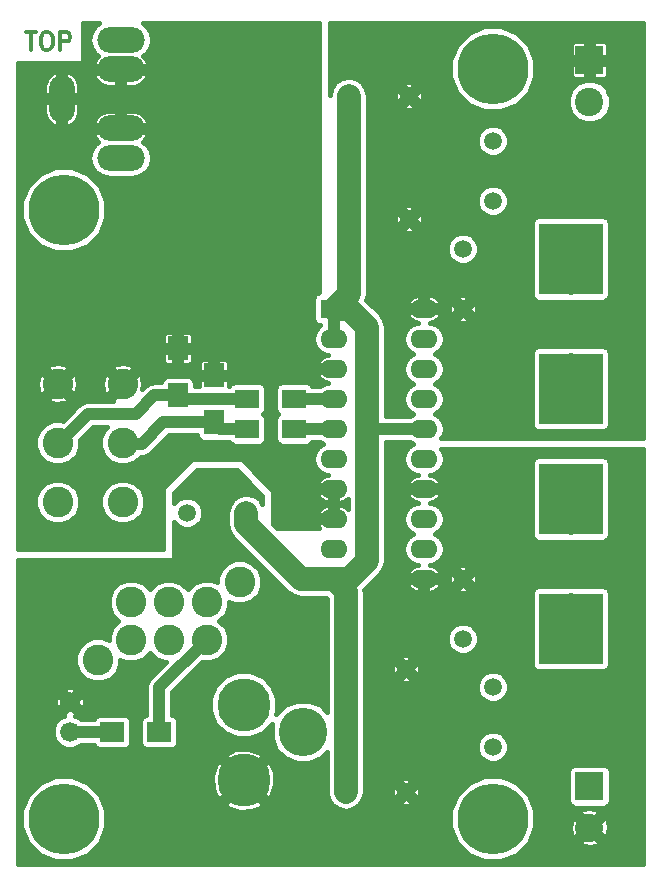
<source format=gbr>
G04 #@! TF.FileFunction,Copper,L1,Top,Signal*
%FSLAX46Y46*%
G04 Gerber Fmt 4.6, Leading zero omitted, Abs format (unit mm)*
G04 Created by KiCad (PCBNEW 0.201503020946+5465~21~ubuntu14.04.1-product) date Mon 16 Mär 2015 16:05:42 CET*
%MOMM*%
G01*
G04 APERTURE LIST*
%ADD10C,0.100000*%
%ADD11C,0.300000*%
%ADD12C,1.676400*%
%ADD13R,2.286000X1.574800*%
%ADD14O,2.286000X1.574800*%
%ADD15R,5.400040X6.000000*%
%ADD16O,2.200000X4.000000*%
%ADD17O,4.000000X2.200000*%
%ADD18R,2.000000X1.600000*%
%ADD19C,1.501140*%
%ADD20C,2.600000*%
%ADD21R,2.000000X1.700000*%
%ADD22R,1.700000X2.000000*%
%ADD23C,2.400000*%
%ADD24R,2.400000X2.400000*%
%ADD25C,2.000000*%
%ADD26C,4.500000*%
%ADD27C,4.100000*%
%ADD28C,6.000000*%
%ADD29C,1.000000*%
%ADD30C,2.000000*%
%ADD31C,0.400000*%
G04 APERTURE END LIST*
D10*
D11*
X829714Y70671429D02*
X1686857Y70671429D01*
X1258286Y69171429D02*
X1258286Y70671429D01*
X2472571Y70671429D02*
X2758285Y70671429D01*
X2901143Y70600000D01*
X3044000Y70457143D01*
X3115428Y70171429D01*
X3115428Y69671429D01*
X3044000Y69385714D01*
X2901143Y69242857D01*
X2758285Y69171429D01*
X2472571Y69171429D01*
X2329714Y69242857D01*
X2186857Y69385714D01*
X2115428Y69671429D01*
X2115428Y70171429D01*
X2186857Y70457143D01*
X2329714Y70600000D01*
X2472571Y70671429D01*
X3758286Y69171429D02*
X3758286Y70671429D01*
X4329714Y70671429D01*
X4472572Y70600000D01*
X4544000Y70528571D01*
X4615429Y70385714D01*
X4615429Y70171429D01*
X4544000Y70028571D01*
X4472572Y69957143D01*
X4329714Y69885714D01*
X3758286Y69885714D01*
D12*
X4572000Y11430000D03*
X4572000Y13970000D03*
D13*
X26924000Y47244000D03*
D14*
X26924000Y44704000D03*
X26924000Y42164000D03*
X26924000Y39624000D03*
X26924000Y37084000D03*
X26924000Y34544000D03*
X26924000Y32004000D03*
X26924000Y29464000D03*
X26924000Y26924000D03*
X26924000Y24384000D03*
X34544000Y24384000D03*
X34544000Y26924000D03*
X34544000Y29464000D03*
X34544000Y32004000D03*
X34544000Y34544000D03*
X34544000Y37084000D03*
X34544000Y39624000D03*
X34544000Y42164000D03*
X34544000Y44704000D03*
X34544000Y47244000D03*
D15*
X46990000Y51474000D03*
X46990000Y40474000D03*
X46990000Y20154000D03*
X46990000Y31154000D03*
D16*
X3890000Y65024000D03*
D17*
X8890000Y70024000D03*
X8890000Y67524000D03*
X8890000Y62524000D03*
X8890000Y60024000D03*
D18*
X23590000Y39624000D03*
X19590000Y39624000D03*
X23590000Y37084000D03*
X19590000Y37084000D03*
D19*
X33274000Y54864000D03*
X28194000Y54864000D03*
X33020000Y16764000D03*
X27940000Y16764000D03*
X33274000Y65278000D03*
X28194000Y65278000D03*
X33020000Y6350000D03*
X27940000Y6350000D03*
X37846000Y52324000D03*
X37846000Y47244000D03*
X37846000Y19304000D03*
X37846000Y24384000D03*
X40386000Y61468000D03*
X40386000Y56388000D03*
X40386000Y10160000D03*
X40386000Y15240000D03*
D20*
X12954000Y22428000D03*
X9754000Y22428000D03*
X16154000Y22428000D03*
X9754000Y19228000D03*
X12954000Y19228000D03*
X16154000Y19228000D03*
X18954000Y24128000D03*
X6954000Y17528000D03*
D21*
X12160000Y11430000D03*
X8160000Y11430000D03*
D19*
X14518640Y29972000D03*
X19517360Y29972000D03*
D22*
X13716000Y39910000D03*
X13716000Y43910000D03*
X16764000Y37624000D03*
X16764000Y41624000D03*
D20*
X9056000Y30894000D03*
X9056000Y35894000D03*
X9056000Y40894000D03*
X3556000Y35894000D03*
X3556000Y30894000D03*
X3556000Y40894000D03*
D23*
X48576000Y64798000D03*
D24*
X48576000Y68298000D03*
D23*
X48576000Y3330000D03*
D24*
X48576000Y6830000D03*
D25*
X46990000Y49474000D03*
X46990000Y42474000D03*
X46990000Y22154000D03*
X46990000Y29154000D03*
D26*
X19304000Y13730000D03*
D27*
X24304000Y11430000D03*
D26*
X19304000Y7330000D03*
D28*
X40386000Y4064000D03*
X40386000Y67564000D03*
X4064000Y4064000D03*
X4064000Y55626000D03*
D29*
X26924000Y39624000D02*
X23590000Y39624000D01*
X11716000Y39910000D02*
X13716000Y39910000D01*
X10160000Y38354000D02*
X11716000Y39910000D01*
X19590000Y39624000D02*
X14002000Y39624000D01*
X14002000Y39624000D02*
X13716000Y39910000D01*
X3556000Y35814000D02*
X6096000Y38354000D01*
X6096000Y38354000D02*
X10160000Y38354000D01*
X26924000Y37084000D02*
X23590000Y37084000D01*
X16764000Y37624000D02*
X12478000Y37624000D01*
X12478000Y37624000D02*
X10668000Y35814000D01*
X19590000Y37084000D02*
X17304000Y37084000D01*
X17304000Y37084000D02*
X16764000Y37624000D01*
X10668000Y35814000D02*
X9056000Y35814000D01*
X34544000Y37084000D02*
X29718000Y37084000D01*
X29718000Y34544000D02*
X29972000Y34544000D01*
X29972000Y34544000D02*
X29718000Y34544000D01*
X26924000Y47244000D02*
X26924000Y44704000D01*
D30*
X26924000Y24384000D02*
X28194000Y24384000D01*
X29718000Y25908000D02*
X29718000Y34544000D01*
X28194000Y24384000D02*
X29718000Y25908000D01*
X29718000Y34544000D02*
X29718000Y37084000D01*
X29718000Y37084000D02*
X29718000Y45720000D01*
X29718000Y45720000D02*
X28194000Y47244000D01*
X28194000Y47244000D02*
X26924000Y47244000D01*
X28194000Y54864000D02*
X28194000Y48514000D01*
X28194000Y48514000D02*
X26924000Y47244000D01*
X28194000Y65278000D02*
X28194000Y54864000D01*
X27940000Y16764000D02*
X27940000Y23368000D01*
X27940000Y23368000D02*
X26924000Y24384000D01*
X27940000Y6350000D02*
X27940000Y16764000D01*
X19517360Y29972000D02*
X19517360Y28996640D01*
X19517360Y28996640D02*
X24130000Y24384000D01*
X24130000Y24384000D02*
X26924000Y24384000D01*
D29*
X8160000Y11430000D02*
X4572000Y11430000D01*
X16154000Y19228000D02*
X12160000Y15234000D01*
X12160000Y15234000D02*
X12160000Y11430000D01*
D31*
G36*
X28118000Y30291161D02*
X27856265Y30511443D01*
X27411530Y30652391D01*
X27224000Y30558398D01*
X27224000Y29764000D01*
X27244000Y29764000D01*
X27244000Y29164000D01*
X27224000Y29164000D01*
X27224000Y29144000D01*
X26624000Y29144000D01*
X26624000Y29164000D01*
X26624000Y29764000D01*
X26624000Y30558398D01*
X26624000Y30909602D01*
X26624000Y31704000D01*
X25523202Y31704000D01*
X25480598Y31527970D01*
X25634792Y31256969D01*
X25991735Y30956557D01*
X26436470Y30815609D01*
X26624000Y30909602D01*
X26624000Y30558398D01*
X26436470Y30652391D01*
X25991735Y30511443D01*
X25634792Y30211031D01*
X25480598Y29940030D01*
X25523202Y29764000D01*
X26624000Y29764000D01*
X26624000Y29164000D01*
X25523202Y29164000D01*
X25480598Y28987970D01*
X25634792Y28716969D01*
X25716739Y28648000D01*
X22128742Y28648000D01*
X21790000Y28986742D01*
X21790000Y31832843D01*
X21201755Y32421088D01*
X21201755Y36284000D01*
X21201755Y37884000D01*
X21157366Y38112778D01*
X21025282Y38313853D01*
X20966395Y38353603D01*
X21019853Y38388718D01*
X21154450Y38588119D01*
X21201755Y38824000D01*
X21201755Y40424000D01*
X21157366Y40652778D01*
X21025282Y40853853D01*
X20825881Y40988450D01*
X20590000Y41035755D01*
X18590000Y41035755D01*
X18361222Y40991366D01*
X18160147Y40859282D01*
X18068830Y40724000D01*
X18014000Y40724000D01*
X18014000Y41224000D01*
X18014000Y42024000D01*
X18014000Y42703565D01*
X17953104Y42850582D01*
X17840582Y42963104D01*
X17693565Y43024000D01*
X17534435Y43024000D01*
X17164000Y43024000D01*
X17064000Y42924000D01*
X17064000Y41924000D01*
X17914000Y41924000D01*
X18014000Y42024000D01*
X18014000Y41224000D01*
X17914000Y41324000D01*
X17064000Y41324000D01*
X17064000Y41304000D01*
X16464000Y41304000D01*
X16464000Y41324000D01*
X16464000Y41924000D01*
X16464000Y42924000D01*
X16364000Y43024000D01*
X15993565Y43024000D01*
X15834435Y43024000D01*
X15687418Y42963104D01*
X15574896Y42850582D01*
X15514000Y42703565D01*
X15514000Y42024000D01*
X15614000Y41924000D01*
X16464000Y41924000D01*
X16464000Y41324000D01*
X15614000Y41324000D01*
X15514000Y41224000D01*
X15514000Y40724000D01*
X15177755Y40724000D01*
X15177755Y40910000D01*
X15133366Y41138778D01*
X15001282Y41339853D01*
X14966000Y41363669D01*
X14966000Y42830435D01*
X14966000Y43510000D01*
X14966000Y44310000D01*
X14966000Y44989565D01*
X14905104Y45136582D01*
X14792582Y45249104D01*
X14645565Y45310000D01*
X14486435Y45310000D01*
X14116000Y45310000D01*
X14016000Y45210000D01*
X14016000Y44210000D01*
X14866000Y44210000D01*
X14966000Y44310000D01*
X14966000Y43510000D01*
X14866000Y43610000D01*
X14016000Y43610000D01*
X14016000Y42610000D01*
X14116000Y42510000D01*
X14486435Y42510000D01*
X14645565Y42510000D01*
X14792582Y42570896D01*
X14905104Y42683418D01*
X14966000Y42830435D01*
X14966000Y41363669D01*
X14801881Y41474450D01*
X14566000Y41521755D01*
X13416000Y41521755D01*
X13416000Y42610000D01*
X13416000Y43610000D01*
X13416000Y44210000D01*
X13416000Y45210000D01*
X13316000Y45310000D01*
X12945565Y45310000D01*
X12786435Y45310000D01*
X12639418Y45249104D01*
X12526896Y45136582D01*
X12466000Y44989565D01*
X12466000Y44310000D01*
X12566000Y44210000D01*
X13416000Y44210000D01*
X13416000Y43610000D01*
X12566000Y43610000D01*
X12466000Y43510000D01*
X12466000Y42830435D01*
X12526896Y42683418D01*
X12639418Y42570896D01*
X12786435Y42510000D01*
X12945565Y42510000D01*
X13316000Y42510000D01*
X13416000Y42610000D01*
X13416000Y41521755D01*
X12866000Y41521755D01*
X12637222Y41477366D01*
X12436147Y41345282D01*
X12301550Y41145881D01*
X12274299Y41010000D01*
X11716000Y41010000D01*
X11540937Y40975178D01*
X11540937Y60024000D01*
X11411532Y60674562D01*
X11043019Y61226082D01*
X10785829Y61397930D01*
X11062792Y61675472D01*
X11194669Y61997783D01*
X11194669Y63050217D01*
X11194669Y66997783D01*
X11157479Y67224000D01*
X9190000Y67224000D01*
X9190000Y66024000D01*
X10090000Y66024000D01*
X10641189Y66252986D01*
X11062792Y66675472D01*
X11194669Y66997783D01*
X11194669Y63050217D01*
X11062792Y63372528D01*
X10641189Y63795014D01*
X10090000Y64024000D01*
X9190000Y64024000D01*
X9190000Y62824000D01*
X11157479Y62824000D01*
X11194669Y63050217D01*
X11194669Y61997783D01*
X11157479Y62224000D01*
X9190000Y62224000D01*
X9190000Y62204000D01*
X8590000Y62204000D01*
X8590000Y62224000D01*
X8590000Y62824000D01*
X8590000Y64024000D01*
X8590000Y66024000D01*
X8590000Y67224000D01*
X6622521Y67224000D01*
X6585331Y66997783D01*
X6717208Y66675472D01*
X7138811Y66252986D01*
X7690000Y66024000D01*
X8590000Y66024000D01*
X8590000Y64024000D01*
X7690000Y64024000D01*
X7138811Y63795014D01*
X6717208Y63372528D01*
X6585331Y63050217D01*
X6622521Y62824000D01*
X8590000Y62824000D01*
X8590000Y62224000D01*
X6622521Y62224000D01*
X6585331Y61997783D01*
X6717208Y61675472D01*
X6994170Y61397930D01*
X6736981Y61226082D01*
X6368468Y60674562D01*
X6239063Y60024000D01*
X6368468Y59373438D01*
X6736981Y58821918D01*
X7288501Y58453405D01*
X7939063Y58324000D01*
X9840937Y58324000D01*
X10491499Y58453405D01*
X11043019Y58821918D01*
X11411532Y59373438D01*
X11540937Y60024000D01*
X11540937Y40975178D01*
X11295048Y40926267D01*
X11116615Y40807042D01*
X10938182Y40687817D01*
X10695833Y40445469D01*
X10786011Y40787185D01*
X10695198Y41457362D01*
X10613446Y41654730D01*
X10403404Y41817140D01*
X9979140Y41392876D01*
X9979140Y42241404D01*
X9816730Y42451446D01*
X9162815Y42624011D01*
X8492638Y42533198D01*
X8295270Y42451446D01*
X8132860Y42241404D01*
X9056000Y41318264D01*
X9979140Y42241404D01*
X9979140Y41392876D01*
X9480264Y40894000D01*
X9494406Y40879858D01*
X9070142Y40455594D01*
X9056000Y40469736D01*
X8631736Y40045472D01*
X8631736Y40894000D01*
X7708596Y41817140D01*
X7664623Y41783139D01*
X7664623Y56338943D01*
X7117711Y57662572D01*
X6105899Y58676152D01*
X5390000Y58973420D01*
X5390000Y63824000D01*
X5390000Y64724000D01*
X5390000Y65324000D01*
X5390000Y66224000D01*
X5161014Y66775189D01*
X4738528Y67196792D01*
X4416217Y67328669D01*
X4190000Y67291479D01*
X4190000Y65324000D01*
X5390000Y65324000D01*
X5390000Y64724000D01*
X4190000Y64724000D01*
X4190000Y62756521D01*
X4416217Y62719331D01*
X4738528Y62851208D01*
X5161014Y63272811D01*
X5390000Y63824000D01*
X5390000Y58973420D01*
X4783226Y59225374D01*
X3590000Y59226415D01*
X3590000Y62756521D01*
X3590000Y64724000D01*
X3590000Y65324000D01*
X3590000Y67291479D01*
X3363783Y67328669D01*
X3041472Y67196792D01*
X2618986Y66775189D01*
X2390000Y66224000D01*
X2390000Y65324000D01*
X3590000Y65324000D01*
X3590000Y64724000D01*
X2390000Y64724000D01*
X2390000Y63824000D01*
X2618986Y63272811D01*
X3041472Y62851208D01*
X3363783Y62719331D01*
X3590000Y62756521D01*
X3590000Y59226415D01*
X3351057Y59226623D01*
X2027428Y58679711D01*
X1013848Y57667899D01*
X464626Y56345226D01*
X463377Y54913057D01*
X1010289Y53589428D01*
X2022101Y52575848D01*
X3344774Y52026626D01*
X4776943Y52025377D01*
X6100572Y52572289D01*
X7114152Y53584101D01*
X7663374Y54906774D01*
X7664623Y56338943D01*
X7664623Y41783139D01*
X7498554Y41654730D01*
X7325989Y41000815D01*
X7416802Y40330638D01*
X7498554Y40133270D01*
X7708596Y39970860D01*
X8631736Y40894000D01*
X8631736Y40045472D01*
X8132860Y39546596D01*
X8204457Y39454000D01*
X6096000Y39454000D01*
X5675048Y39370267D01*
X5318182Y39131817D01*
X5286011Y39099647D01*
X5286011Y40787185D01*
X5195198Y41457362D01*
X5113446Y41654730D01*
X4903404Y41817140D01*
X4479140Y41392876D01*
X4479140Y42241404D01*
X4316730Y42451446D01*
X3662815Y42624011D01*
X2992638Y42533198D01*
X2795270Y42451446D01*
X2632860Y42241404D01*
X3556000Y41318264D01*
X4479140Y42241404D01*
X4479140Y41392876D01*
X3980264Y40894000D01*
X4903404Y39970860D01*
X5113446Y40133270D01*
X5286011Y40787185D01*
X5286011Y39099647D01*
X4479140Y38292776D01*
X4479140Y39546596D01*
X3556000Y40469736D01*
X3131736Y40045472D01*
X3131736Y40894000D01*
X2208596Y41817140D01*
X1998554Y41654730D01*
X1825989Y41000815D01*
X1916802Y40330638D01*
X1998554Y40133270D01*
X2208596Y39970860D01*
X3131736Y40894000D01*
X3131736Y40045472D01*
X2632860Y39546596D01*
X2795270Y39336554D01*
X3449185Y39163989D01*
X4119362Y39254802D01*
X4316730Y39336554D01*
X4479140Y39546596D01*
X4479140Y38292776D01*
X3966994Y37780630D01*
X3935591Y37793669D01*
X3179725Y37794329D01*
X2481143Y37505681D01*
X1946198Y36971669D01*
X1656331Y36273591D01*
X1655671Y35517725D01*
X1944319Y34819143D01*
X2478331Y34284198D01*
X3176409Y33994331D01*
X3932275Y33993671D01*
X4630857Y34282319D01*
X5165802Y34816331D01*
X5455669Y35514409D01*
X5456231Y36158598D01*
X6551634Y37254000D01*
X7729022Y37254000D01*
X7446198Y36971669D01*
X7156331Y36273591D01*
X7155671Y35517725D01*
X7444319Y34819143D01*
X7978331Y34284198D01*
X8676409Y33994331D01*
X9432275Y33993671D01*
X10130857Y34282319D01*
X10563292Y34714000D01*
X10668000Y34714000D01*
X10668000Y34714001D01*
X11088951Y34797733D01*
X11088952Y34797733D01*
X11445817Y35036183D01*
X12933634Y36524000D01*
X15321647Y36524000D01*
X15346634Y36395222D01*
X15478718Y36194147D01*
X15678119Y36059550D01*
X15914000Y36012245D01*
X17162003Y36012245D01*
X17162006Y36012245D01*
X17304000Y35984000D01*
X18069418Y35984000D01*
X18154718Y35854147D01*
X18354119Y35719550D01*
X18590000Y35672245D01*
X20590000Y35672245D01*
X20818778Y35716634D01*
X21019853Y35848718D01*
X21154450Y36048119D01*
X21201755Y36284000D01*
X21201755Y32421088D01*
X19132843Y34490000D01*
X14903157Y34490000D01*
X12500000Y32086843D01*
X12500000Y26870000D01*
X10956329Y26870000D01*
X10956329Y31270275D01*
X10667681Y31968857D01*
X10133669Y32503802D01*
X9435591Y32793669D01*
X8679725Y32794329D01*
X7981143Y32505681D01*
X7446198Y31971669D01*
X7156331Y31273591D01*
X7155671Y30517725D01*
X7444319Y29819143D01*
X7978331Y29284198D01*
X8676409Y28994331D01*
X9432275Y28993671D01*
X10130857Y29282319D01*
X10665802Y29816331D01*
X10955669Y30514409D01*
X10956329Y31270275D01*
X10956329Y26870000D01*
X5456329Y26870000D01*
X5456329Y31270275D01*
X5167681Y31968857D01*
X4633669Y32503802D01*
X3935591Y32793669D01*
X3179725Y32794329D01*
X2481143Y32505681D01*
X1946198Y31971669D01*
X1656331Y31273591D01*
X1655671Y30517725D01*
X1944319Y29819143D01*
X2478331Y29284198D01*
X3176409Y28994331D01*
X3932275Y28993671D01*
X4630857Y29282319D01*
X5165802Y29816331D01*
X5455669Y30514409D01*
X5456329Y31270275D01*
X5456329Y26870000D01*
X200000Y26870000D01*
X200000Y68050000D01*
X5651143Y68050000D01*
X5651143Y71428000D01*
X7039173Y71428000D01*
X6736981Y71226082D01*
X6368468Y70674562D01*
X6239063Y70024000D01*
X6368468Y69373438D01*
X6736981Y68821918D01*
X6994170Y68650071D01*
X6717208Y68372528D01*
X6585331Y68050217D01*
X6622521Y67824000D01*
X8590000Y67824000D01*
X8590000Y67844000D01*
X9190000Y67844000D01*
X9190000Y67824000D01*
X11157479Y67824000D01*
X11194669Y68050217D01*
X11062792Y68372528D01*
X10785829Y68650071D01*
X11043019Y68821918D01*
X11411532Y69373438D01*
X11540937Y70024000D01*
X11411532Y70674562D01*
X11043019Y71226082D01*
X10740826Y71428000D01*
X25708000Y71428000D01*
X25708000Y48628992D01*
X25552222Y48598766D01*
X25351147Y48466682D01*
X25216550Y48267281D01*
X25169245Y48031400D01*
X25169245Y46456600D01*
X25213634Y46227822D01*
X25345718Y46026747D01*
X25545119Y45892150D01*
X25781000Y45844845D01*
X25792378Y45844845D01*
X25553213Y45685040D01*
X25252463Y45234935D01*
X25146853Y44704000D01*
X25252463Y44173065D01*
X25553213Y43722960D01*
X26003318Y43422210D01*
X26404792Y43342352D01*
X25991735Y43211443D01*
X25634792Y42911031D01*
X25480598Y42640030D01*
X25523202Y42464000D01*
X26624000Y42464000D01*
X26624000Y42484000D01*
X27224000Y42484000D01*
X27224000Y42464000D01*
X27244000Y42464000D01*
X27244000Y41864000D01*
X27224000Y41864000D01*
X27224000Y41844000D01*
X26624000Y41844000D01*
X26624000Y41864000D01*
X25523202Y41864000D01*
X25480598Y41687970D01*
X25634792Y41416969D01*
X25991735Y41116557D01*
X26404792Y40985649D01*
X26003318Y40905790D01*
X25731249Y40724000D01*
X25110581Y40724000D01*
X25025282Y40853853D01*
X24825881Y40988450D01*
X24590000Y41035755D01*
X22590000Y41035755D01*
X22361222Y40991366D01*
X22160147Y40859282D01*
X22025550Y40659881D01*
X21978245Y40424000D01*
X21978245Y38824000D01*
X22022634Y38595222D01*
X22154718Y38394147D01*
X22213604Y38354398D01*
X22160147Y38319282D01*
X22025550Y38119881D01*
X21978245Y37884000D01*
X21978245Y36284000D01*
X22022634Y36055222D01*
X22154718Y35854147D01*
X22354119Y35719550D01*
X22590000Y35672245D01*
X24590000Y35672245D01*
X24818778Y35716634D01*
X25019853Y35848718D01*
X25111169Y35984000D01*
X25731249Y35984000D01*
X25985672Y35814000D01*
X25553213Y35525040D01*
X25252463Y35074935D01*
X25146853Y34544000D01*
X25252463Y34013065D01*
X25553213Y33562960D01*
X26003318Y33262210D01*
X26404792Y33182352D01*
X25991735Y33051443D01*
X25634792Y32751031D01*
X25480598Y32480030D01*
X25523202Y32304000D01*
X26624000Y32304000D01*
X26624000Y32324000D01*
X27224000Y32324000D01*
X27224000Y32304000D01*
X27244000Y32304000D01*
X27244000Y31704000D01*
X27224000Y31704000D01*
X27224000Y30909602D01*
X27411530Y30815609D01*
X27856265Y30956557D01*
X28118000Y31176840D01*
X28118000Y30291161D01*
X28118000Y30291161D01*
G37*
X28118000Y30291161D02*
X27856265Y30511443D01*
X27411530Y30652391D01*
X27224000Y30558398D01*
X27224000Y29764000D01*
X27244000Y29764000D01*
X27244000Y29164000D01*
X27224000Y29164000D01*
X27224000Y29144000D01*
X26624000Y29144000D01*
X26624000Y29164000D01*
X26624000Y29764000D01*
X26624000Y30558398D01*
X26624000Y30909602D01*
X26624000Y31704000D01*
X25523202Y31704000D01*
X25480598Y31527970D01*
X25634792Y31256969D01*
X25991735Y30956557D01*
X26436470Y30815609D01*
X26624000Y30909602D01*
X26624000Y30558398D01*
X26436470Y30652391D01*
X25991735Y30511443D01*
X25634792Y30211031D01*
X25480598Y29940030D01*
X25523202Y29764000D01*
X26624000Y29764000D01*
X26624000Y29164000D01*
X25523202Y29164000D01*
X25480598Y28987970D01*
X25634792Y28716969D01*
X25716739Y28648000D01*
X22128742Y28648000D01*
X21790000Y28986742D01*
X21790000Y31832843D01*
X21201755Y32421088D01*
X21201755Y36284000D01*
X21201755Y37884000D01*
X21157366Y38112778D01*
X21025282Y38313853D01*
X20966395Y38353603D01*
X21019853Y38388718D01*
X21154450Y38588119D01*
X21201755Y38824000D01*
X21201755Y40424000D01*
X21157366Y40652778D01*
X21025282Y40853853D01*
X20825881Y40988450D01*
X20590000Y41035755D01*
X18590000Y41035755D01*
X18361222Y40991366D01*
X18160147Y40859282D01*
X18068830Y40724000D01*
X18014000Y40724000D01*
X18014000Y41224000D01*
X18014000Y42024000D01*
X18014000Y42703565D01*
X17953104Y42850582D01*
X17840582Y42963104D01*
X17693565Y43024000D01*
X17534435Y43024000D01*
X17164000Y43024000D01*
X17064000Y42924000D01*
X17064000Y41924000D01*
X17914000Y41924000D01*
X18014000Y42024000D01*
X18014000Y41224000D01*
X17914000Y41324000D01*
X17064000Y41324000D01*
X17064000Y41304000D01*
X16464000Y41304000D01*
X16464000Y41324000D01*
X16464000Y41924000D01*
X16464000Y42924000D01*
X16364000Y43024000D01*
X15993565Y43024000D01*
X15834435Y43024000D01*
X15687418Y42963104D01*
X15574896Y42850582D01*
X15514000Y42703565D01*
X15514000Y42024000D01*
X15614000Y41924000D01*
X16464000Y41924000D01*
X16464000Y41324000D01*
X15614000Y41324000D01*
X15514000Y41224000D01*
X15514000Y40724000D01*
X15177755Y40724000D01*
X15177755Y40910000D01*
X15133366Y41138778D01*
X15001282Y41339853D01*
X14966000Y41363669D01*
X14966000Y42830435D01*
X14966000Y43510000D01*
X14966000Y44310000D01*
X14966000Y44989565D01*
X14905104Y45136582D01*
X14792582Y45249104D01*
X14645565Y45310000D01*
X14486435Y45310000D01*
X14116000Y45310000D01*
X14016000Y45210000D01*
X14016000Y44210000D01*
X14866000Y44210000D01*
X14966000Y44310000D01*
X14966000Y43510000D01*
X14866000Y43610000D01*
X14016000Y43610000D01*
X14016000Y42610000D01*
X14116000Y42510000D01*
X14486435Y42510000D01*
X14645565Y42510000D01*
X14792582Y42570896D01*
X14905104Y42683418D01*
X14966000Y42830435D01*
X14966000Y41363669D01*
X14801881Y41474450D01*
X14566000Y41521755D01*
X13416000Y41521755D01*
X13416000Y42610000D01*
X13416000Y43610000D01*
X13416000Y44210000D01*
X13416000Y45210000D01*
X13316000Y45310000D01*
X12945565Y45310000D01*
X12786435Y45310000D01*
X12639418Y45249104D01*
X12526896Y45136582D01*
X12466000Y44989565D01*
X12466000Y44310000D01*
X12566000Y44210000D01*
X13416000Y44210000D01*
X13416000Y43610000D01*
X12566000Y43610000D01*
X12466000Y43510000D01*
X12466000Y42830435D01*
X12526896Y42683418D01*
X12639418Y42570896D01*
X12786435Y42510000D01*
X12945565Y42510000D01*
X13316000Y42510000D01*
X13416000Y42610000D01*
X13416000Y41521755D01*
X12866000Y41521755D01*
X12637222Y41477366D01*
X12436147Y41345282D01*
X12301550Y41145881D01*
X12274299Y41010000D01*
X11716000Y41010000D01*
X11540937Y40975178D01*
X11540937Y60024000D01*
X11411532Y60674562D01*
X11043019Y61226082D01*
X10785829Y61397930D01*
X11062792Y61675472D01*
X11194669Y61997783D01*
X11194669Y63050217D01*
X11194669Y66997783D01*
X11157479Y67224000D01*
X9190000Y67224000D01*
X9190000Y66024000D01*
X10090000Y66024000D01*
X10641189Y66252986D01*
X11062792Y66675472D01*
X11194669Y66997783D01*
X11194669Y63050217D01*
X11062792Y63372528D01*
X10641189Y63795014D01*
X10090000Y64024000D01*
X9190000Y64024000D01*
X9190000Y62824000D01*
X11157479Y62824000D01*
X11194669Y63050217D01*
X11194669Y61997783D01*
X11157479Y62224000D01*
X9190000Y62224000D01*
X9190000Y62204000D01*
X8590000Y62204000D01*
X8590000Y62224000D01*
X8590000Y62824000D01*
X8590000Y64024000D01*
X8590000Y66024000D01*
X8590000Y67224000D01*
X6622521Y67224000D01*
X6585331Y66997783D01*
X6717208Y66675472D01*
X7138811Y66252986D01*
X7690000Y66024000D01*
X8590000Y66024000D01*
X8590000Y64024000D01*
X7690000Y64024000D01*
X7138811Y63795014D01*
X6717208Y63372528D01*
X6585331Y63050217D01*
X6622521Y62824000D01*
X8590000Y62824000D01*
X8590000Y62224000D01*
X6622521Y62224000D01*
X6585331Y61997783D01*
X6717208Y61675472D01*
X6994170Y61397930D01*
X6736981Y61226082D01*
X6368468Y60674562D01*
X6239063Y60024000D01*
X6368468Y59373438D01*
X6736981Y58821918D01*
X7288501Y58453405D01*
X7939063Y58324000D01*
X9840937Y58324000D01*
X10491499Y58453405D01*
X11043019Y58821918D01*
X11411532Y59373438D01*
X11540937Y60024000D01*
X11540937Y40975178D01*
X11295048Y40926267D01*
X11116615Y40807042D01*
X10938182Y40687817D01*
X10695833Y40445469D01*
X10786011Y40787185D01*
X10695198Y41457362D01*
X10613446Y41654730D01*
X10403404Y41817140D01*
X9979140Y41392876D01*
X9979140Y42241404D01*
X9816730Y42451446D01*
X9162815Y42624011D01*
X8492638Y42533198D01*
X8295270Y42451446D01*
X8132860Y42241404D01*
X9056000Y41318264D01*
X9979140Y42241404D01*
X9979140Y41392876D01*
X9480264Y40894000D01*
X9494406Y40879858D01*
X9070142Y40455594D01*
X9056000Y40469736D01*
X8631736Y40045472D01*
X8631736Y40894000D01*
X7708596Y41817140D01*
X7664623Y41783139D01*
X7664623Y56338943D01*
X7117711Y57662572D01*
X6105899Y58676152D01*
X5390000Y58973420D01*
X5390000Y63824000D01*
X5390000Y64724000D01*
X5390000Y65324000D01*
X5390000Y66224000D01*
X5161014Y66775189D01*
X4738528Y67196792D01*
X4416217Y67328669D01*
X4190000Y67291479D01*
X4190000Y65324000D01*
X5390000Y65324000D01*
X5390000Y64724000D01*
X4190000Y64724000D01*
X4190000Y62756521D01*
X4416217Y62719331D01*
X4738528Y62851208D01*
X5161014Y63272811D01*
X5390000Y63824000D01*
X5390000Y58973420D01*
X4783226Y59225374D01*
X3590000Y59226415D01*
X3590000Y62756521D01*
X3590000Y64724000D01*
X3590000Y65324000D01*
X3590000Y67291479D01*
X3363783Y67328669D01*
X3041472Y67196792D01*
X2618986Y66775189D01*
X2390000Y66224000D01*
X2390000Y65324000D01*
X3590000Y65324000D01*
X3590000Y64724000D01*
X2390000Y64724000D01*
X2390000Y63824000D01*
X2618986Y63272811D01*
X3041472Y62851208D01*
X3363783Y62719331D01*
X3590000Y62756521D01*
X3590000Y59226415D01*
X3351057Y59226623D01*
X2027428Y58679711D01*
X1013848Y57667899D01*
X464626Y56345226D01*
X463377Y54913057D01*
X1010289Y53589428D01*
X2022101Y52575848D01*
X3344774Y52026626D01*
X4776943Y52025377D01*
X6100572Y52572289D01*
X7114152Y53584101D01*
X7663374Y54906774D01*
X7664623Y56338943D01*
X7664623Y41783139D01*
X7498554Y41654730D01*
X7325989Y41000815D01*
X7416802Y40330638D01*
X7498554Y40133270D01*
X7708596Y39970860D01*
X8631736Y40894000D01*
X8631736Y40045472D01*
X8132860Y39546596D01*
X8204457Y39454000D01*
X6096000Y39454000D01*
X5675048Y39370267D01*
X5318182Y39131817D01*
X5286011Y39099647D01*
X5286011Y40787185D01*
X5195198Y41457362D01*
X5113446Y41654730D01*
X4903404Y41817140D01*
X4479140Y41392876D01*
X4479140Y42241404D01*
X4316730Y42451446D01*
X3662815Y42624011D01*
X2992638Y42533198D01*
X2795270Y42451446D01*
X2632860Y42241404D01*
X3556000Y41318264D01*
X4479140Y42241404D01*
X4479140Y41392876D01*
X3980264Y40894000D01*
X4903404Y39970860D01*
X5113446Y40133270D01*
X5286011Y40787185D01*
X5286011Y39099647D01*
X4479140Y38292776D01*
X4479140Y39546596D01*
X3556000Y40469736D01*
X3131736Y40045472D01*
X3131736Y40894000D01*
X2208596Y41817140D01*
X1998554Y41654730D01*
X1825989Y41000815D01*
X1916802Y40330638D01*
X1998554Y40133270D01*
X2208596Y39970860D01*
X3131736Y40894000D01*
X3131736Y40045472D01*
X2632860Y39546596D01*
X2795270Y39336554D01*
X3449185Y39163989D01*
X4119362Y39254802D01*
X4316730Y39336554D01*
X4479140Y39546596D01*
X4479140Y38292776D01*
X3966994Y37780630D01*
X3935591Y37793669D01*
X3179725Y37794329D01*
X2481143Y37505681D01*
X1946198Y36971669D01*
X1656331Y36273591D01*
X1655671Y35517725D01*
X1944319Y34819143D01*
X2478331Y34284198D01*
X3176409Y33994331D01*
X3932275Y33993671D01*
X4630857Y34282319D01*
X5165802Y34816331D01*
X5455669Y35514409D01*
X5456231Y36158598D01*
X6551634Y37254000D01*
X7729022Y37254000D01*
X7446198Y36971669D01*
X7156331Y36273591D01*
X7155671Y35517725D01*
X7444319Y34819143D01*
X7978331Y34284198D01*
X8676409Y33994331D01*
X9432275Y33993671D01*
X10130857Y34282319D01*
X10563292Y34714000D01*
X10668000Y34714000D01*
X10668000Y34714001D01*
X11088951Y34797733D01*
X11088952Y34797733D01*
X11445817Y35036183D01*
X12933634Y36524000D01*
X15321647Y36524000D01*
X15346634Y36395222D01*
X15478718Y36194147D01*
X15678119Y36059550D01*
X15914000Y36012245D01*
X17162003Y36012245D01*
X17162006Y36012245D01*
X17304000Y35984000D01*
X18069418Y35984000D01*
X18154718Y35854147D01*
X18354119Y35719550D01*
X18590000Y35672245D01*
X20590000Y35672245D01*
X20818778Y35716634D01*
X21019853Y35848718D01*
X21154450Y36048119D01*
X21201755Y36284000D01*
X21201755Y32421088D01*
X19132843Y34490000D01*
X14903157Y34490000D01*
X12500000Y32086843D01*
X12500000Y26870000D01*
X10956329Y26870000D01*
X10956329Y31270275D01*
X10667681Y31968857D01*
X10133669Y32503802D01*
X9435591Y32793669D01*
X8679725Y32794329D01*
X7981143Y32505681D01*
X7446198Y31971669D01*
X7156331Y31273591D01*
X7155671Y30517725D01*
X7444319Y29819143D01*
X7978331Y29284198D01*
X8676409Y28994331D01*
X9432275Y28993671D01*
X10130857Y29282319D01*
X10665802Y29816331D01*
X10955669Y30514409D01*
X10956329Y31270275D01*
X10956329Y26870000D01*
X5456329Y26870000D01*
X5456329Y31270275D01*
X5167681Y31968857D01*
X4633669Y32503802D01*
X3935591Y32793669D01*
X3179725Y32794329D01*
X2481143Y32505681D01*
X1946198Y31971669D01*
X1656331Y31273591D01*
X1655671Y30517725D01*
X1944319Y29819143D01*
X2478331Y29284198D01*
X3176409Y28994331D01*
X3932275Y28993671D01*
X4630857Y29282319D01*
X5165802Y29816331D01*
X5455669Y30514409D01*
X5456329Y31270275D01*
X5456329Y26870000D01*
X200000Y26870000D01*
X200000Y68050000D01*
X5651143Y68050000D01*
X5651143Y71428000D01*
X7039173Y71428000D01*
X6736981Y71226082D01*
X6368468Y70674562D01*
X6239063Y70024000D01*
X6368468Y69373438D01*
X6736981Y68821918D01*
X6994170Y68650071D01*
X6717208Y68372528D01*
X6585331Y68050217D01*
X6622521Y67824000D01*
X8590000Y67824000D01*
X8590000Y67844000D01*
X9190000Y67844000D01*
X9190000Y67824000D01*
X11157479Y67824000D01*
X11194669Y68050217D01*
X11062792Y68372528D01*
X10785829Y68650071D01*
X11043019Y68821918D01*
X11411532Y69373438D01*
X11540937Y70024000D01*
X11411532Y70674562D01*
X11043019Y71226082D01*
X10740826Y71428000D01*
X25708000Y71428000D01*
X25708000Y48628992D01*
X25552222Y48598766D01*
X25351147Y48466682D01*
X25216550Y48267281D01*
X25169245Y48031400D01*
X25169245Y46456600D01*
X25213634Y46227822D01*
X25345718Y46026747D01*
X25545119Y45892150D01*
X25781000Y45844845D01*
X25792378Y45844845D01*
X25553213Y45685040D01*
X25252463Y45234935D01*
X25146853Y44704000D01*
X25252463Y44173065D01*
X25553213Y43722960D01*
X26003318Y43422210D01*
X26404792Y43342352D01*
X25991735Y43211443D01*
X25634792Y42911031D01*
X25480598Y42640030D01*
X25523202Y42464000D01*
X26624000Y42464000D01*
X26624000Y42484000D01*
X27224000Y42484000D01*
X27224000Y42464000D01*
X27244000Y42464000D01*
X27244000Y41864000D01*
X27224000Y41864000D01*
X27224000Y41844000D01*
X26624000Y41844000D01*
X26624000Y41864000D01*
X25523202Y41864000D01*
X25480598Y41687970D01*
X25634792Y41416969D01*
X25991735Y41116557D01*
X26404792Y40985649D01*
X26003318Y40905790D01*
X25731249Y40724000D01*
X25110581Y40724000D01*
X25025282Y40853853D01*
X24825881Y40988450D01*
X24590000Y41035755D01*
X22590000Y41035755D01*
X22361222Y40991366D01*
X22160147Y40859282D01*
X22025550Y40659881D01*
X21978245Y40424000D01*
X21978245Y38824000D01*
X22022634Y38595222D01*
X22154718Y38394147D01*
X22213604Y38354398D01*
X22160147Y38319282D01*
X22025550Y38119881D01*
X21978245Y37884000D01*
X21978245Y36284000D01*
X22022634Y36055222D01*
X22154718Y35854147D01*
X22354119Y35719550D01*
X22590000Y35672245D01*
X24590000Y35672245D01*
X24818778Y35716634D01*
X25019853Y35848718D01*
X25111169Y35984000D01*
X25731249Y35984000D01*
X25985672Y35814000D01*
X25553213Y35525040D01*
X25252463Y35074935D01*
X25146853Y34544000D01*
X25252463Y34013065D01*
X25553213Y33562960D01*
X26003318Y33262210D01*
X26404792Y33182352D01*
X25991735Y33051443D01*
X25634792Y32751031D01*
X25480598Y32480030D01*
X25523202Y32304000D01*
X26624000Y32304000D01*
X26624000Y32324000D01*
X27224000Y32324000D01*
X27224000Y32304000D01*
X27244000Y32304000D01*
X27244000Y31704000D01*
X27224000Y31704000D01*
X27224000Y30909602D01*
X27411530Y30815609D01*
X27856265Y30956557D01*
X28118000Y31176840D01*
X28118000Y30291161D01*
G36*
X53140000Y36268000D02*
X50376312Y36268000D01*
X50376312Y65154471D01*
X50176000Y65639262D01*
X50176000Y67018435D01*
X50176000Y67898000D01*
X50176000Y68698000D01*
X50176000Y69577565D01*
X50115104Y69724582D01*
X50002582Y69837104D01*
X49855565Y69898000D01*
X49696435Y69898000D01*
X48976000Y69898000D01*
X48876000Y69798000D01*
X48876000Y68598000D01*
X50076000Y68598000D01*
X50176000Y68698000D01*
X50176000Y67898000D01*
X50076000Y67998000D01*
X48876000Y67998000D01*
X48876000Y66798000D01*
X48976000Y66698000D01*
X49696435Y66698000D01*
X49855565Y66698000D01*
X50002582Y66758896D01*
X50115104Y66871418D01*
X50176000Y67018435D01*
X50176000Y65639262D01*
X50102855Y65816286D01*
X49596949Y66323076D01*
X48935613Y66597687D01*
X48276000Y66598263D01*
X48276000Y66798000D01*
X48276000Y67998000D01*
X48276000Y68598000D01*
X48276000Y69798000D01*
X48176000Y69898000D01*
X47455565Y69898000D01*
X47296435Y69898000D01*
X47149418Y69837104D01*
X47036896Y69724582D01*
X46976000Y69577565D01*
X46976000Y68698000D01*
X47076000Y68598000D01*
X48276000Y68598000D01*
X48276000Y67998000D01*
X47076000Y67998000D01*
X46976000Y67898000D01*
X46976000Y67018435D01*
X47036896Y66871418D01*
X47149418Y66758896D01*
X47296435Y66698000D01*
X47455565Y66698000D01*
X48176000Y66698000D01*
X48276000Y66798000D01*
X48276000Y66598263D01*
X48219529Y66598312D01*
X47557714Y66324855D01*
X47050924Y65818949D01*
X46776313Y65157613D01*
X46775688Y64441529D01*
X47049145Y63779714D01*
X47555051Y63272924D01*
X48216387Y62998313D01*
X48932471Y62997688D01*
X49594286Y63271145D01*
X50101076Y63777051D01*
X50375687Y64438387D01*
X50376312Y65154471D01*
X50376312Y36268000D01*
X50301775Y36268000D01*
X50301775Y37474000D01*
X50301775Y43474000D01*
X50301775Y48474000D01*
X50301775Y54474000D01*
X50257386Y54702778D01*
X50125302Y54903853D01*
X49925901Y55038450D01*
X49690020Y55085755D01*
X44289980Y55085755D01*
X44061202Y55041366D01*
X43986623Y54992376D01*
X43986623Y68276943D01*
X43439711Y69600572D01*
X42427899Y70614152D01*
X41105226Y71163374D01*
X39673057Y71164623D01*
X38349428Y70617711D01*
X37335848Y69605899D01*
X36786626Y68283226D01*
X36785377Y66851057D01*
X37332289Y65527428D01*
X38344101Y64513848D01*
X39666774Y63964626D01*
X41098943Y63963377D01*
X42422572Y64510289D01*
X43436152Y65522101D01*
X43985374Y66844774D01*
X43986623Y68276943D01*
X43986623Y54992376D01*
X43860127Y54909282D01*
X43725530Y54709881D01*
X43678225Y54474000D01*
X43678225Y48474000D01*
X43722614Y48245222D01*
X43854698Y48044147D01*
X44054099Y47909550D01*
X44289980Y47862245D01*
X49690020Y47862245D01*
X49918798Y47906634D01*
X50119873Y48038718D01*
X50254470Y48238119D01*
X50301775Y48474000D01*
X50301775Y43474000D01*
X50257386Y43702778D01*
X50125302Y43903853D01*
X49925901Y44038450D01*
X49690020Y44085755D01*
X44289980Y44085755D01*
X44061202Y44041366D01*
X43860127Y43909282D01*
X43725530Y43709881D01*
X43678225Y43474000D01*
X43678225Y37474000D01*
X43722614Y37245222D01*
X43854698Y37044147D01*
X44054099Y36909550D01*
X44289980Y36862245D01*
X49690020Y36862245D01*
X49918798Y36906634D01*
X50119873Y37038718D01*
X50254470Y37238119D01*
X50301775Y37474000D01*
X50301775Y36268000D01*
X41736804Y36268000D01*
X41736804Y56655466D01*
X41736804Y61735466D01*
X41531625Y62232037D01*
X41152035Y62612290D01*
X40655824Y62818335D01*
X40118534Y62818804D01*
X39621963Y62613625D01*
X39241710Y62234035D01*
X39035665Y61737824D01*
X39035196Y61200534D01*
X39240375Y60703963D01*
X39619965Y60323710D01*
X40116176Y60117665D01*
X40653466Y60117196D01*
X41150037Y60322375D01*
X41530290Y60701965D01*
X41736335Y61198176D01*
X41736804Y61735466D01*
X41736804Y56655466D01*
X41531625Y57152037D01*
X41152035Y57532290D01*
X40655824Y57738335D01*
X40118534Y57738804D01*
X39621963Y57533625D01*
X39241710Y57154035D01*
X39035665Y56657824D01*
X39035196Y56120534D01*
X39240375Y55623963D01*
X39619965Y55243710D01*
X40116176Y55037665D01*
X40653466Y55037196D01*
X41150037Y55242375D01*
X41530290Y55621965D01*
X41736335Y56118176D01*
X41736804Y56655466D01*
X41736804Y36268000D01*
X39196804Y36268000D01*
X39196804Y52591466D01*
X38991625Y53088037D01*
X38612035Y53468290D01*
X38115824Y53674335D01*
X37578534Y53674804D01*
X37081963Y53469625D01*
X36701710Y53090035D01*
X36495665Y52593824D01*
X36495196Y52056534D01*
X36700375Y51559963D01*
X37079965Y51179710D01*
X37576176Y50973665D01*
X38113466Y50973196D01*
X38610037Y51178375D01*
X38990290Y51557965D01*
X39196335Y52054176D01*
X39196804Y52591466D01*
X39196804Y36268000D01*
X39018801Y36268000D01*
X39018801Y47270960D01*
X38939844Y47667904D01*
X38786681Y47760417D01*
X38362417Y47336153D01*
X38362417Y48184681D01*
X38269904Y48337844D01*
X37819040Y48416801D01*
X37422096Y48337844D01*
X37329583Y48184681D01*
X37846000Y47668264D01*
X38362417Y48184681D01*
X38362417Y47336153D01*
X38270264Y47244000D01*
X38786681Y46727583D01*
X38939844Y46820096D01*
X39018801Y47270960D01*
X39018801Y36268000D01*
X38362417Y36268000D01*
X38362417Y46303319D01*
X37846000Y46819736D01*
X37421736Y46395472D01*
X37421736Y47244000D01*
X36905319Y47760417D01*
X36752156Y47667904D01*
X36673199Y47217040D01*
X36752156Y46820096D01*
X36905319Y46727583D01*
X37421736Y47244000D01*
X37421736Y46395472D01*
X37329583Y46303319D01*
X37422096Y46150156D01*
X37872960Y46071199D01*
X38269904Y46150156D01*
X38362417Y46303319D01*
X38362417Y36268000D01*
X36025063Y36268000D01*
X36215537Y36553065D01*
X36321147Y37084000D01*
X36215537Y37614935D01*
X35914787Y38065040D01*
X35482327Y38354000D01*
X35914787Y38642960D01*
X36215537Y39093065D01*
X36321147Y39624000D01*
X36215537Y40154935D01*
X35914787Y40605040D01*
X35482327Y40894000D01*
X35914787Y41182960D01*
X36215537Y41633065D01*
X36321147Y42164000D01*
X36215537Y42694935D01*
X35914787Y43145040D01*
X35482327Y43434000D01*
X35914787Y43722960D01*
X36215537Y44173065D01*
X36321147Y44704000D01*
X36215537Y45234935D01*
X35914787Y45685040D01*
X35464682Y45985790D01*
X35063207Y46065649D01*
X35476265Y46196557D01*
X35833208Y46496969D01*
X35987402Y46767970D01*
X35987402Y47720030D01*
X35833208Y47991031D01*
X35476265Y48291443D01*
X35031530Y48432391D01*
X34844000Y48338398D01*
X34844000Y47544000D01*
X35944798Y47544000D01*
X35987402Y47720030D01*
X35987402Y46767970D01*
X35944798Y46944000D01*
X34844000Y46944000D01*
X34844000Y46924000D01*
X34446801Y46924000D01*
X34446801Y54890960D01*
X34446801Y65304960D01*
X34367844Y65701904D01*
X34214681Y65794417D01*
X33790417Y65370153D01*
X33790417Y66218681D01*
X33697904Y66371844D01*
X33247040Y66450801D01*
X32850096Y66371844D01*
X32757583Y66218681D01*
X33274000Y65702264D01*
X33790417Y66218681D01*
X33790417Y65370153D01*
X33698264Y65278000D01*
X34214681Y64761583D01*
X34367844Y64854096D01*
X34446801Y65304960D01*
X34446801Y54890960D01*
X34367844Y55287904D01*
X34214681Y55380417D01*
X33790417Y54956153D01*
X33790417Y55804681D01*
X33790417Y64337319D01*
X33274000Y64853736D01*
X32849736Y64429472D01*
X32849736Y65278000D01*
X32333319Y65794417D01*
X32180156Y65701904D01*
X32101199Y65251040D01*
X32180156Y64854096D01*
X32333319Y64761583D01*
X32849736Y65278000D01*
X32849736Y64429472D01*
X32757583Y64337319D01*
X32850096Y64184156D01*
X33300960Y64105199D01*
X33697904Y64184156D01*
X33790417Y64337319D01*
X33790417Y55804681D01*
X33697904Y55957844D01*
X33247040Y56036801D01*
X32850096Y55957844D01*
X32757583Y55804681D01*
X33274000Y55288264D01*
X33790417Y55804681D01*
X33790417Y54956153D01*
X33698264Y54864000D01*
X34214681Y54347583D01*
X34367844Y54440096D01*
X34446801Y54890960D01*
X34446801Y46924000D01*
X34244000Y46924000D01*
X34244000Y46944000D01*
X34244000Y47544000D01*
X34244000Y48338398D01*
X34056470Y48432391D01*
X33790417Y48348072D01*
X33790417Y53923319D01*
X33274000Y54439736D01*
X32849736Y54015472D01*
X32849736Y54864000D01*
X32333319Y55380417D01*
X32180156Y55287904D01*
X32101199Y54837040D01*
X32180156Y54440096D01*
X32333319Y54347583D01*
X32849736Y54864000D01*
X32849736Y54015472D01*
X32757583Y53923319D01*
X32850096Y53770156D01*
X33300960Y53691199D01*
X33697904Y53770156D01*
X33790417Y53923319D01*
X33790417Y48348072D01*
X33611735Y48291443D01*
X33254792Y47991031D01*
X33100598Y47720030D01*
X33143202Y47544000D01*
X34244000Y47544000D01*
X34244000Y46944000D01*
X33143202Y46944000D01*
X33100598Y46767970D01*
X33254792Y46496969D01*
X33611735Y46196557D01*
X34024792Y46065649D01*
X33623318Y45985790D01*
X33173213Y45685040D01*
X32872463Y45234935D01*
X32766853Y44704000D01*
X32872463Y44173065D01*
X33173213Y43722960D01*
X33605672Y43434000D01*
X33173213Y43145040D01*
X32872463Y42694935D01*
X32766853Y42164000D01*
X32872463Y41633065D01*
X33173213Y41182960D01*
X33605672Y40894000D01*
X33173213Y40605040D01*
X32872463Y40154935D01*
X32766853Y39624000D01*
X32872463Y39093065D01*
X33173213Y38642960D01*
X33605672Y38354000D01*
X33351249Y38184000D01*
X31318000Y38184000D01*
X31318000Y45720000D01*
X31196207Y46332293D01*
X31196206Y46332294D01*
X30849371Y46851371D01*
X29693249Y48007493D01*
X29794000Y48514000D01*
X29794000Y54864000D01*
X29794000Y65278000D01*
X29672207Y65890293D01*
X29325371Y66409371D01*
X28806293Y66756207D01*
X28194000Y66878000D01*
X27581707Y66756207D01*
X27062629Y66409371D01*
X26715793Y65890293D01*
X26616000Y65388602D01*
X26616000Y71428000D01*
X53140000Y71428000D01*
X53140000Y36268000D01*
X53140000Y36268000D01*
G37*
X53140000Y36268000D02*
X50376312Y36268000D01*
X50376312Y65154471D01*
X50176000Y65639262D01*
X50176000Y67018435D01*
X50176000Y67898000D01*
X50176000Y68698000D01*
X50176000Y69577565D01*
X50115104Y69724582D01*
X50002582Y69837104D01*
X49855565Y69898000D01*
X49696435Y69898000D01*
X48976000Y69898000D01*
X48876000Y69798000D01*
X48876000Y68598000D01*
X50076000Y68598000D01*
X50176000Y68698000D01*
X50176000Y67898000D01*
X50076000Y67998000D01*
X48876000Y67998000D01*
X48876000Y66798000D01*
X48976000Y66698000D01*
X49696435Y66698000D01*
X49855565Y66698000D01*
X50002582Y66758896D01*
X50115104Y66871418D01*
X50176000Y67018435D01*
X50176000Y65639262D01*
X50102855Y65816286D01*
X49596949Y66323076D01*
X48935613Y66597687D01*
X48276000Y66598263D01*
X48276000Y66798000D01*
X48276000Y67998000D01*
X48276000Y68598000D01*
X48276000Y69798000D01*
X48176000Y69898000D01*
X47455565Y69898000D01*
X47296435Y69898000D01*
X47149418Y69837104D01*
X47036896Y69724582D01*
X46976000Y69577565D01*
X46976000Y68698000D01*
X47076000Y68598000D01*
X48276000Y68598000D01*
X48276000Y67998000D01*
X47076000Y67998000D01*
X46976000Y67898000D01*
X46976000Y67018435D01*
X47036896Y66871418D01*
X47149418Y66758896D01*
X47296435Y66698000D01*
X47455565Y66698000D01*
X48176000Y66698000D01*
X48276000Y66798000D01*
X48276000Y66598263D01*
X48219529Y66598312D01*
X47557714Y66324855D01*
X47050924Y65818949D01*
X46776313Y65157613D01*
X46775688Y64441529D01*
X47049145Y63779714D01*
X47555051Y63272924D01*
X48216387Y62998313D01*
X48932471Y62997688D01*
X49594286Y63271145D01*
X50101076Y63777051D01*
X50375687Y64438387D01*
X50376312Y65154471D01*
X50376312Y36268000D01*
X50301775Y36268000D01*
X50301775Y37474000D01*
X50301775Y43474000D01*
X50301775Y48474000D01*
X50301775Y54474000D01*
X50257386Y54702778D01*
X50125302Y54903853D01*
X49925901Y55038450D01*
X49690020Y55085755D01*
X44289980Y55085755D01*
X44061202Y55041366D01*
X43986623Y54992376D01*
X43986623Y68276943D01*
X43439711Y69600572D01*
X42427899Y70614152D01*
X41105226Y71163374D01*
X39673057Y71164623D01*
X38349428Y70617711D01*
X37335848Y69605899D01*
X36786626Y68283226D01*
X36785377Y66851057D01*
X37332289Y65527428D01*
X38344101Y64513848D01*
X39666774Y63964626D01*
X41098943Y63963377D01*
X42422572Y64510289D01*
X43436152Y65522101D01*
X43985374Y66844774D01*
X43986623Y68276943D01*
X43986623Y54992376D01*
X43860127Y54909282D01*
X43725530Y54709881D01*
X43678225Y54474000D01*
X43678225Y48474000D01*
X43722614Y48245222D01*
X43854698Y48044147D01*
X44054099Y47909550D01*
X44289980Y47862245D01*
X49690020Y47862245D01*
X49918798Y47906634D01*
X50119873Y48038718D01*
X50254470Y48238119D01*
X50301775Y48474000D01*
X50301775Y43474000D01*
X50257386Y43702778D01*
X50125302Y43903853D01*
X49925901Y44038450D01*
X49690020Y44085755D01*
X44289980Y44085755D01*
X44061202Y44041366D01*
X43860127Y43909282D01*
X43725530Y43709881D01*
X43678225Y43474000D01*
X43678225Y37474000D01*
X43722614Y37245222D01*
X43854698Y37044147D01*
X44054099Y36909550D01*
X44289980Y36862245D01*
X49690020Y36862245D01*
X49918798Y36906634D01*
X50119873Y37038718D01*
X50254470Y37238119D01*
X50301775Y37474000D01*
X50301775Y36268000D01*
X41736804Y36268000D01*
X41736804Y56655466D01*
X41736804Y61735466D01*
X41531625Y62232037D01*
X41152035Y62612290D01*
X40655824Y62818335D01*
X40118534Y62818804D01*
X39621963Y62613625D01*
X39241710Y62234035D01*
X39035665Y61737824D01*
X39035196Y61200534D01*
X39240375Y60703963D01*
X39619965Y60323710D01*
X40116176Y60117665D01*
X40653466Y60117196D01*
X41150037Y60322375D01*
X41530290Y60701965D01*
X41736335Y61198176D01*
X41736804Y61735466D01*
X41736804Y56655466D01*
X41531625Y57152037D01*
X41152035Y57532290D01*
X40655824Y57738335D01*
X40118534Y57738804D01*
X39621963Y57533625D01*
X39241710Y57154035D01*
X39035665Y56657824D01*
X39035196Y56120534D01*
X39240375Y55623963D01*
X39619965Y55243710D01*
X40116176Y55037665D01*
X40653466Y55037196D01*
X41150037Y55242375D01*
X41530290Y55621965D01*
X41736335Y56118176D01*
X41736804Y56655466D01*
X41736804Y36268000D01*
X39196804Y36268000D01*
X39196804Y52591466D01*
X38991625Y53088037D01*
X38612035Y53468290D01*
X38115824Y53674335D01*
X37578534Y53674804D01*
X37081963Y53469625D01*
X36701710Y53090035D01*
X36495665Y52593824D01*
X36495196Y52056534D01*
X36700375Y51559963D01*
X37079965Y51179710D01*
X37576176Y50973665D01*
X38113466Y50973196D01*
X38610037Y51178375D01*
X38990290Y51557965D01*
X39196335Y52054176D01*
X39196804Y52591466D01*
X39196804Y36268000D01*
X39018801Y36268000D01*
X39018801Y47270960D01*
X38939844Y47667904D01*
X38786681Y47760417D01*
X38362417Y47336153D01*
X38362417Y48184681D01*
X38269904Y48337844D01*
X37819040Y48416801D01*
X37422096Y48337844D01*
X37329583Y48184681D01*
X37846000Y47668264D01*
X38362417Y48184681D01*
X38362417Y47336153D01*
X38270264Y47244000D01*
X38786681Y46727583D01*
X38939844Y46820096D01*
X39018801Y47270960D01*
X39018801Y36268000D01*
X38362417Y36268000D01*
X38362417Y46303319D01*
X37846000Y46819736D01*
X37421736Y46395472D01*
X37421736Y47244000D01*
X36905319Y47760417D01*
X36752156Y47667904D01*
X36673199Y47217040D01*
X36752156Y46820096D01*
X36905319Y46727583D01*
X37421736Y47244000D01*
X37421736Y46395472D01*
X37329583Y46303319D01*
X37422096Y46150156D01*
X37872960Y46071199D01*
X38269904Y46150156D01*
X38362417Y46303319D01*
X38362417Y36268000D01*
X36025063Y36268000D01*
X36215537Y36553065D01*
X36321147Y37084000D01*
X36215537Y37614935D01*
X35914787Y38065040D01*
X35482327Y38354000D01*
X35914787Y38642960D01*
X36215537Y39093065D01*
X36321147Y39624000D01*
X36215537Y40154935D01*
X35914787Y40605040D01*
X35482327Y40894000D01*
X35914787Y41182960D01*
X36215537Y41633065D01*
X36321147Y42164000D01*
X36215537Y42694935D01*
X35914787Y43145040D01*
X35482327Y43434000D01*
X35914787Y43722960D01*
X36215537Y44173065D01*
X36321147Y44704000D01*
X36215537Y45234935D01*
X35914787Y45685040D01*
X35464682Y45985790D01*
X35063207Y46065649D01*
X35476265Y46196557D01*
X35833208Y46496969D01*
X35987402Y46767970D01*
X35987402Y47720030D01*
X35833208Y47991031D01*
X35476265Y48291443D01*
X35031530Y48432391D01*
X34844000Y48338398D01*
X34844000Y47544000D01*
X35944798Y47544000D01*
X35987402Y47720030D01*
X35987402Y46767970D01*
X35944798Y46944000D01*
X34844000Y46944000D01*
X34844000Y46924000D01*
X34446801Y46924000D01*
X34446801Y54890960D01*
X34446801Y65304960D01*
X34367844Y65701904D01*
X34214681Y65794417D01*
X33790417Y65370153D01*
X33790417Y66218681D01*
X33697904Y66371844D01*
X33247040Y66450801D01*
X32850096Y66371844D01*
X32757583Y66218681D01*
X33274000Y65702264D01*
X33790417Y66218681D01*
X33790417Y65370153D01*
X33698264Y65278000D01*
X34214681Y64761583D01*
X34367844Y64854096D01*
X34446801Y65304960D01*
X34446801Y54890960D01*
X34367844Y55287904D01*
X34214681Y55380417D01*
X33790417Y54956153D01*
X33790417Y55804681D01*
X33790417Y64337319D01*
X33274000Y64853736D01*
X32849736Y64429472D01*
X32849736Y65278000D01*
X32333319Y65794417D01*
X32180156Y65701904D01*
X32101199Y65251040D01*
X32180156Y64854096D01*
X32333319Y64761583D01*
X32849736Y65278000D01*
X32849736Y64429472D01*
X32757583Y64337319D01*
X32850096Y64184156D01*
X33300960Y64105199D01*
X33697904Y64184156D01*
X33790417Y64337319D01*
X33790417Y55804681D01*
X33697904Y55957844D01*
X33247040Y56036801D01*
X32850096Y55957844D01*
X32757583Y55804681D01*
X33274000Y55288264D01*
X33790417Y55804681D01*
X33790417Y54956153D01*
X33698264Y54864000D01*
X34214681Y54347583D01*
X34367844Y54440096D01*
X34446801Y54890960D01*
X34446801Y46924000D01*
X34244000Y46924000D01*
X34244000Y46944000D01*
X34244000Y47544000D01*
X34244000Y48338398D01*
X34056470Y48432391D01*
X33790417Y48348072D01*
X33790417Y53923319D01*
X33274000Y54439736D01*
X32849736Y54015472D01*
X32849736Y54864000D01*
X32333319Y55380417D01*
X32180156Y55287904D01*
X32101199Y54837040D01*
X32180156Y54440096D01*
X32333319Y54347583D01*
X32849736Y54864000D01*
X32849736Y54015472D01*
X32757583Y53923319D01*
X32850096Y53770156D01*
X33300960Y53691199D01*
X33697904Y53770156D01*
X33790417Y53923319D01*
X33790417Y48348072D01*
X33611735Y48291443D01*
X33254792Y47991031D01*
X33100598Y47720030D01*
X33143202Y47544000D01*
X34244000Y47544000D01*
X34244000Y46944000D01*
X33143202Y46944000D01*
X33100598Y46767970D01*
X33254792Y46496969D01*
X33611735Y46196557D01*
X34024792Y46065649D01*
X33623318Y45985790D01*
X33173213Y45685040D01*
X32872463Y45234935D01*
X32766853Y44704000D01*
X32872463Y44173065D01*
X33173213Y43722960D01*
X33605672Y43434000D01*
X33173213Y43145040D01*
X32872463Y42694935D01*
X32766853Y42164000D01*
X32872463Y41633065D01*
X33173213Y41182960D01*
X33605672Y40894000D01*
X33173213Y40605040D01*
X32872463Y40154935D01*
X32766853Y39624000D01*
X32872463Y39093065D01*
X33173213Y38642960D01*
X33605672Y38354000D01*
X33351249Y38184000D01*
X31318000Y38184000D01*
X31318000Y45720000D01*
X31196207Y46332293D01*
X31196206Y46332294D01*
X30849371Y46851371D01*
X29693249Y48007493D01*
X29794000Y48514000D01*
X29794000Y54864000D01*
X29794000Y65278000D01*
X29672207Y65890293D01*
X29325371Y66409371D01*
X28806293Y66756207D01*
X28194000Y66878000D01*
X27581707Y66756207D01*
X27062629Y66409371D01*
X26715793Y65890293D01*
X26616000Y65388602D01*
X26616000Y71428000D01*
X53140000Y71428000D01*
X53140000Y36268000D01*
G36*
X53140000Y200000D02*
X50387755Y200000D01*
X50387755Y5630000D01*
X50387755Y8030000D01*
X50343366Y8258778D01*
X50301775Y8322094D01*
X50301775Y17154000D01*
X50301775Y23154000D01*
X50301775Y28154000D01*
X50301775Y34154000D01*
X50257386Y34382778D01*
X50125302Y34583853D01*
X49925901Y34718450D01*
X49690020Y34765755D01*
X44289980Y34765755D01*
X44061202Y34721366D01*
X43860127Y34589282D01*
X43725530Y34389881D01*
X43678225Y34154000D01*
X43678225Y28154000D01*
X43722614Y27925222D01*
X43854698Y27724147D01*
X44054099Y27589550D01*
X44289980Y27542245D01*
X49690020Y27542245D01*
X49918798Y27586634D01*
X50119873Y27718718D01*
X50254470Y27918119D01*
X50301775Y28154000D01*
X50301775Y23154000D01*
X50257386Y23382778D01*
X50125302Y23583853D01*
X49925901Y23718450D01*
X49690020Y23765755D01*
X44289980Y23765755D01*
X44061202Y23721366D01*
X43860127Y23589282D01*
X43725530Y23389881D01*
X43678225Y23154000D01*
X43678225Y17154000D01*
X43722614Y16925222D01*
X43854698Y16724147D01*
X44054099Y16589550D01*
X44289980Y16542245D01*
X49690020Y16542245D01*
X49918798Y16586634D01*
X50119873Y16718718D01*
X50254470Y16918119D01*
X50301775Y17154000D01*
X50301775Y8322094D01*
X50211282Y8459853D01*
X50011881Y8594450D01*
X49776000Y8641755D01*
X47376000Y8641755D01*
X47147222Y8597366D01*
X46946147Y8465282D01*
X46811550Y8265881D01*
X46764245Y8030000D01*
X46764245Y5630000D01*
X46808634Y5401222D01*
X46940718Y5200147D01*
X47140119Y5065550D01*
X47376000Y5018245D01*
X49776000Y5018245D01*
X50004778Y5062634D01*
X50205853Y5194718D01*
X50340450Y5394119D01*
X50387755Y5630000D01*
X50387755Y200000D01*
X50205253Y200000D01*
X50205253Y3247375D01*
X50112852Y3877153D01*
X50049614Y4029823D01*
X49849975Y4179711D01*
X49425711Y3755447D01*
X49425711Y4603975D01*
X49275823Y4803614D01*
X48658625Y4959253D01*
X48028847Y4866852D01*
X47876177Y4803614D01*
X47726289Y4603975D01*
X48576000Y3754264D01*
X49425711Y4603975D01*
X49425711Y3755447D01*
X49000264Y3330000D01*
X49849975Y2480289D01*
X50049614Y2630177D01*
X50205253Y3247375D01*
X50205253Y200000D01*
X49425711Y200000D01*
X49425711Y2056025D01*
X48576000Y2905736D01*
X48151736Y2481472D01*
X48151736Y3330000D01*
X47302025Y4179711D01*
X47102386Y4029823D01*
X46946747Y3412625D01*
X47039148Y2782847D01*
X47102386Y2630177D01*
X47302025Y2480289D01*
X48151736Y3330000D01*
X48151736Y2481472D01*
X47726289Y2056025D01*
X47876177Y1856386D01*
X48493375Y1700747D01*
X49123153Y1793148D01*
X49275823Y1856386D01*
X49425711Y2056025D01*
X49425711Y200000D01*
X43986623Y200000D01*
X43986623Y4776943D01*
X43439711Y6100572D01*
X42427899Y7114152D01*
X41736804Y7401120D01*
X41736804Y10427466D01*
X41736804Y15507466D01*
X41531625Y16004037D01*
X41152035Y16384290D01*
X40655824Y16590335D01*
X40118534Y16590804D01*
X39621963Y16385625D01*
X39241710Y16006035D01*
X39196804Y15897890D01*
X39196804Y19571466D01*
X39018801Y20002267D01*
X39018801Y24410960D01*
X38939844Y24807904D01*
X38786681Y24900417D01*
X38362417Y24476153D01*
X38362417Y25324681D01*
X38269904Y25477844D01*
X37819040Y25556801D01*
X37422096Y25477844D01*
X37329583Y25324681D01*
X37846000Y24808264D01*
X38362417Y25324681D01*
X38362417Y24476153D01*
X38270264Y24384000D01*
X38786681Y23867583D01*
X38939844Y23960096D01*
X39018801Y24410960D01*
X39018801Y20002267D01*
X38991625Y20068037D01*
X38612035Y20448290D01*
X38362417Y20551941D01*
X38362417Y23443319D01*
X37846000Y23959736D01*
X37421736Y23535472D01*
X37421736Y24384000D01*
X36905319Y24900417D01*
X36752156Y24807904D01*
X36673199Y24357040D01*
X36752156Y23960096D01*
X36905319Y23867583D01*
X37421736Y24384000D01*
X37421736Y23535472D01*
X37329583Y23443319D01*
X37422096Y23290156D01*
X37872960Y23211199D01*
X38269904Y23290156D01*
X38362417Y23443319D01*
X38362417Y20551941D01*
X38115824Y20654335D01*
X37578534Y20654804D01*
X37081963Y20449625D01*
X36701710Y20070035D01*
X36495665Y19573824D01*
X36495196Y19036534D01*
X36700375Y18539963D01*
X37079965Y18159710D01*
X37576176Y17953665D01*
X38113466Y17953196D01*
X38610037Y18158375D01*
X38990290Y18537965D01*
X39196335Y19034176D01*
X39196804Y19571466D01*
X39196804Y15897890D01*
X39035665Y15509824D01*
X39035196Y14972534D01*
X39240375Y14475963D01*
X39619965Y14095710D01*
X40116176Y13889665D01*
X40653466Y13889196D01*
X41150037Y14094375D01*
X41530290Y14473965D01*
X41736335Y14970176D01*
X41736804Y15507466D01*
X41736804Y10427466D01*
X41531625Y10924037D01*
X41152035Y11304290D01*
X40655824Y11510335D01*
X40118534Y11510804D01*
X39621963Y11305625D01*
X39241710Y10926035D01*
X39035665Y10429824D01*
X39035196Y9892534D01*
X39240375Y9395963D01*
X39619965Y9015710D01*
X40116176Y8809665D01*
X40653466Y8809196D01*
X41150037Y9014375D01*
X41530290Y9393965D01*
X41736335Y9890176D01*
X41736804Y10427466D01*
X41736804Y7401120D01*
X41105226Y7663374D01*
X39673057Y7664623D01*
X38349428Y7117711D01*
X37335848Y6105899D01*
X36786626Y4783226D01*
X36785377Y3351057D01*
X37332289Y2027428D01*
X38344101Y1013848D01*
X39666774Y464626D01*
X41098943Y463377D01*
X42422572Y1010289D01*
X43436152Y2022101D01*
X43985374Y3344774D01*
X43986623Y4776943D01*
X43986623Y200000D01*
X36321147Y200000D01*
X36321147Y26924000D01*
X36215537Y27454935D01*
X35914787Y27905040D01*
X35482327Y28194000D01*
X35914787Y28482960D01*
X36215537Y28933065D01*
X36321147Y29464000D01*
X36215537Y29994935D01*
X35914787Y30445040D01*
X35464682Y30745790D01*
X35063207Y30825649D01*
X35476265Y30956557D01*
X35833208Y31256969D01*
X35987402Y31527970D01*
X35944798Y31704000D01*
X34844000Y31704000D01*
X34844000Y31684000D01*
X34244000Y31684000D01*
X34244000Y31704000D01*
X33143202Y31704000D01*
X33100598Y31527970D01*
X33254792Y31256969D01*
X33611735Y30956557D01*
X34024792Y30825649D01*
X33623318Y30745790D01*
X33173213Y30445040D01*
X32872463Y29994935D01*
X32766853Y29464000D01*
X32872463Y28933065D01*
X33173213Y28482960D01*
X33605672Y28194000D01*
X33173213Y27905040D01*
X32872463Y27454935D01*
X32766853Y26924000D01*
X32872463Y26393065D01*
X33173213Y25942960D01*
X33623318Y25642210D01*
X34024792Y25562352D01*
X33611735Y25431443D01*
X33254792Y25131031D01*
X33100598Y24860030D01*
X33143202Y24684000D01*
X34244000Y24684000D01*
X34244000Y24704000D01*
X34844000Y24704000D01*
X34844000Y24684000D01*
X35944798Y24684000D01*
X35987402Y24860030D01*
X35833208Y25131031D01*
X35476265Y25431443D01*
X35063207Y25562352D01*
X35464682Y25642210D01*
X35914787Y25942960D01*
X36215537Y26393065D01*
X36321147Y26924000D01*
X36321147Y200000D01*
X35987402Y200000D01*
X35987402Y23907970D01*
X35944798Y24084000D01*
X34844000Y24084000D01*
X34844000Y23289602D01*
X35031530Y23195609D01*
X35476265Y23336557D01*
X35833208Y23636969D01*
X35987402Y23907970D01*
X35987402Y200000D01*
X34244000Y200000D01*
X34244000Y23289602D01*
X34244000Y24084000D01*
X33143202Y24084000D01*
X33100598Y23907970D01*
X33254792Y23636969D01*
X33611735Y23336557D01*
X34056470Y23195609D01*
X34244000Y23289602D01*
X34244000Y200000D01*
X34192801Y200000D01*
X34192801Y6376960D01*
X34192801Y16790960D01*
X34113844Y17187904D01*
X33960681Y17280417D01*
X33536417Y16856153D01*
X33536417Y17704681D01*
X33443904Y17857844D01*
X32993040Y17936801D01*
X32596096Y17857844D01*
X32503583Y17704681D01*
X33020000Y17188264D01*
X33536417Y17704681D01*
X33536417Y16856153D01*
X33444264Y16764000D01*
X33960681Y16247583D01*
X34113844Y16340096D01*
X34192801Y16790960D01*
X34192801Y6376960D01*
X34113844Y6773904D01*
X33960681Y6866417D01*
X33536417Y6442153D01*
X33536417Y7290681D01*
X33536417Y15823319D01*
X33020000Y16339736D01*
X32595736Y15915472D01*
X32595736Y16764000D01*
X32079319Y17280417D01*
X31926156Y17187904D01*
X31847199Y16737040D01*
X31926156Y16340096D01*
X32079319Y16247583D01*
X32595736Y16764000D01*
X32595736Y15915472D01*
X32503583Y15823319D01*
X32596096Y15670156D01*
X33046960Y15591199D01*
X33443904Y15670156D01*
X33536417Y15823319D01*
X33536417Y7290681D01*
X33443904Y7443844D01*
X32993040Y7522801D01*
X32596096Y7443844D01*
X32503583Y7290681D01*
X33020000Y6774264D01*
X33536417Y7290681D01*
X33536417Y6442153D01*
X33444264Y6350000D01*
X33960681Y5833583D01*
X34113844Y5926096D01*
X34192801Y6376960D01*
X34192801Y200000D01*
X33536417Y200000D01*
X33536417Y5409319D01*
X33020000Y5925736D01*
X32595736Y5501472D01*
X32595736Y6350000D01*
X32079319Y6866417D01*
X31926156Y6773904D01*
X31847199Y6323040D01*
X31926156Y5926096D01*
X32079319Y5833583D01*
X32595736Y6350000D01*
X32595736Y5501472D01*
X32503583Y5409319D01*
X32596096Y5256156D01*
X33046960Y5177199D01*
X33443904Y5256156D01*
X33536417Y5409319D01*
X33536417Y200000D01*
X21985052Y200000D01*
X21985052Y6994861D01*
X21909221Y8046366D01*
X21652717Y8665622D01*
X21343695Y8945431D01*
X20919431Y8521167D01*
X20919431Y9369695D01*
X20639622Y9678717D01*
X19639139Y10011052D01*
X18587634Y9935221D01*
X17968378Y9678717D01*
X17688569Y9369695D01*
X19304000Y7754264D01*
X20919431Y9369695D01*
X20919431Y8521167D01*
X19728264Y7330000D01*
X21343695Y5714569D01*
X21652717Y5994378D01*
X21985052Y6994861D01*
X21985052Y200000D01*
X20919431Y200000D01*
X20919431Y5290305D01*
X19304000Y6905736D01*
X18879736Y6481472D01*
X18879736Y7330000D01*
X17264305Y8945431D01*
X16955283Y8665622D01*
X16622948Y7665139D01*
X16698779Y6613634D01*
X16955283Y5994378D01*
X17264305Y5714569D01*
X18879736Y7330000D01*
X18879736Y6481472D01*
X17688569Y5290305D01*
X17968378Y4981283D01*
X18968861Y4648948D01*
X20020366Y4724779D01*
X20639622Y4981283D01*
X20919431Y5290305D01*
X20919431Y200000D01*
X9771755Y200000D01*
X9771755Y10580000D01*
X9771755Y12280000D01*
X9727366Y12508778D01*
X9595282Y12709853D01*
X9395881Y12844450D01*
X9160000Y12891755D01*
X7160000Y12891755D01*
X6931222Y12847366D01*
X6730147Y12715282D01*
X6605080Y12530000D01*
X5834446Y12530000D01*
X5834446Y13975438D01*
X5740429Y14448093D01*
X5578270Y14552005D01*
X5154005Y14127741D01*
X5154005Y14976270D01*
X5050093Y15138429D01*
X4566562Y15232446D01*
X4093907Y15138429D01*
X3989995Y14976270D01*
X4572000Y14394264D01*
X5154005Y14976270D01*
X5154005Y14127741D01*
X4996264Y13970000D01*
X5578270Y13387995D01*
X5740429Y13491907D01*
X5834446Y13975438D01*
X5834446Y12530000D01*
X5506068Y12530000D01*
X5387739Y12648536D01*
X5029198Y12797415D01*
X5050093Y12801571D01*
X5154005Y12963730D01*
X4572000Y13545736D01*
X4147736Y13121472D01*
X4147736Y13970000D01*
X3565730Y14552005D01*
X3403571Y14448093D01*
X3309554Y13964562D01*
X3403571Y13491907D01*
X3565730Y13387995D01*
X4147736Y13970000D01*
X4147736Y13121472D01*
X3989995Y12963730D01*
X4093907Y12801571D01*
X4115268Y12797418D01*
X3758389Y12649958D01*
X3353464Y12245739D01*
X3134050Y11717331D01*
X3133551Y11145179D01*
X3352042Y10616389D01*
X3756261Y10211464D01*
X4284669Y9992050D01*
X4856821Y9991551D01*
X5385611Y10210042D01*
X5505778Y10330000D01*
X6606574Y10330000D01*
X6724718Y10150147D01*
X6924119Y10015550D01*
X7160000Y9968245D01*
X9160000Y9968245D01*
X9388778Y10012634D01*
X9589853Y10144718D01*
X9724450Y10344119D01*
X9771755Y10580000D01*
X9771755Y200000D01*
X7664623Y200000D01*
X7664623Y4776943D01*
X7117711Y6100572D01*
X6105899Y7114152D01*
X4783226Y7663374D01*
X3351057Y7664623D01*
X2027428Y7117711D01*
X1013848Y6105899D01*
X464626Y4783226D01*
X463377Y3351057D01*
X1010289Y2027428D01*
X2022101Y1013848D01*
X3344774Y464626D01*
X4776943Y463377D01*
X6100572Y1010289D01*
X7114152Y2022101D01*
X7663374Y3344774D01*
X7664623Y4776943D01*
X7664623Y200000D01*
X200000Y200000D01*
X200000Y25962000D01*
X13408000Y25962000D01*
X13408000Y29172917D01*
X13752605Y28827710D01*
X14248816Y28621665D01*
X14786106Y28621196D01*
X15282677Y28826375D01*
X15662930Y29205965D01*
X15868975Y29702176D01*
X15869444Y30239466D01*
X15664265Y30736037D01*
X15284675Y31116290D01*
X14788464Y31322335D01*
X14251174Y31322804D01*
X13754603Y31117625D01*
X13408000Y30771627D01*
X13408000Y31667157D01*
X15322843Y33582000D01*
X18713157Y33582000D01*
X20882000Y31413157D01*
X20882000Y30754259D01*
X20648731Y31103371D01*
X20129653Y31450207D01*
X19517360Y31572000D01*
X18905067Y31450207D01*
X18385989Y31103371D01*
X18039153Y30584293D01*
X17917360Y29972000D01*
X17917360Y28996640D01*
X18039153Y28384346D01*
X18385989Y27865269D01*
X22998629Y23252629D01*
X23517706Y22905793D01*
X23517707Y22905793D01*
X24130000Y22784000D01*
X26261258Y22784000D01*
X26340000Y22705258D01*
X26340000Y16764000D01*
X26340000Y13141386D01*
X25807065Y13675251D01*
X24833430Y14079539D01*
X23779195Y14080459D01*
X22804856Y13677871D01*
X22059208Y12933524D01*
X22153504Y13160613D01*
X22154494Y14294413D01*
X21721521Y15342286D01*
X20920503Y16144704D01*
X20854329Y16172182D01*
X20854329Y24504275D01*
X20565681Y25202857D01*
X20031669Y25737802D01*
X19333591Y26027669D01*
X18577725Y26028329D01*
X17879143Y25739681D01*
X17344198Y25205669D01*
X17054331Y24507591D01*
X17053985Y24111583D01*
X16533591Y24327669D01*
X15777725Y24328329D01*
X15079143Y24039681D01*
X14553552Y23515007D01*
X14031669Y24037802D01*
X13333591Y24327669D01*
X12577725Y24328329D01*
X11879143Y24039681D01*
X11353552Y23515007D01*
X10831669Y24037802D01*
X10133591Y24327669D01*
X9377725Y24328329D01*
X8679143Y24039681D01*
X8144198Y23505669D01*
X7854331Y22807591D01*
X7853671Y22051725D01*
X8142319Y21353143D01*
X8666993Y20827553D01*
X8144198Y20305669D01*
X7854331Y19607591D01*
X7853985Y19211583D01*
X7333591Y19427669D01*
X6577725Y19428329D01*
X5879143Y19139681D01*
X5344198Y18605669D01*
X5054331Y17907591D01*
X5053671Y17151725D01*
X5342319Y16453143D01*
X5876331Y15918198D01*
X6574409Y15628331D01*
X7330275Y15627671D01*
X8028857Y15916319D01*
X8563802Y16450331D01*
X8853669Y17148409D01*
X8854014Y17544418D01*
X9374409Y17328331D01*
X10130275Y17327671D01*
X10828857Y17616319D01*
X11354447Y18140994D01*
X11876331Y17618198D01*
X12574409Y17328331D01*
X12698588Y17328223D01*
X11382183Y16011817D01*
X11143733Y15654952D01*
X11060000Y15234000D01*
X11060000Y12872353D01*
X10931222Y12847366D01*
X10730147Y12715282D01*
X10595550Y12515881D01*
X10548245Y12280000D01*
X10548245Y10580000D01*
X10592634Y10351222D01*
X10724718Y10150147D01*
X10924119Y10015550D01*
X11160000Y9968245D01*
X13160000Y9968245D01*
X13388778Y10012634D01*
X13589853Y10144718D01*
X13724450Y10344119D01*
X13771755Y10580000D01*
X13771755Y12280000D01*
X13727366Y12508778D01*
X13595282Y12709853D01*
X13395881Y12844450D01*
X13260000Y12871701D01*
X13260000Y14778366D01*
X15809933Y17328300D01*
X16530275Y17327671D01*
X17228857Y17616319D01*
X17763802Y18150331D01*
X18053669Y18848409D01*
X18054329Y19604275D01*
X17765681Y20302857D01*
X17241006Y20828448D01*
X17763802Y21350331D01*
X18053669Y22048409D01*
X18054014Y22444418D01*
X18574409Y22228331D01*
X19330275Y22227671D01*
X20028857Y22516319D01*
X20563802Y23050331D01*
X20853669Y23748409D01*
X20854329Y24504275D01*
X20854329Y16172182D01*
X19873387Y16579504D01*
X18739587Y16580494D01*
X17691714Y16147521D01*
X16889296Y15346503D01*
X16454496Y14299387D01*
X16453506Y13165587D01*
X16886479Y12117714D01*
X17687497Y11315296D01*
X18734613Y10880496D01*
X19868413Y10879506D01*
X20916286Y11312479D01*
X21718244Y12113039D01*
X21654461Y11959430D01*
X21653541Y10905195D01*
X22056129Y9930856D01*
X22800935Y9184749D01*
X23774570Y8780461D01*
X24828805Y8779541D01*
X25803144Y9182129D01*
X26340000Y9718049D01*
X26340000Y6350000D01*
X26461793Y5737707D01*
X26808629Y5218629D01*
X27327707Y4871793D01*
X27940000Y4750000D01*
X28552293Y4871793D01*
X29071371Y5218629D01*
X29418207Y5737707D01*
X29540000Y6350000D01*
X29540000Y16764000D01*
X29540000Y23368000D01*
X29523532Y23450791D01*
X30849371Y24776629D01*
X31196206Y25295706D01*
X31196207Y25295707D01*
X31318000Y25908000D01*
X31318000Y34544000D01*
X31318000Y35984000D01*
X33351249Y35984000D01*
X33605672Y35814000D01*
X33173213Y35525040D01*
X32872463Y35074935D01*
X32766853Y34544000D01*
X32872463Y34013065D01*
X33173213Y33562960D01*
X33623318Y33262210D01*
X34024792Y33182352D01*
X33611735Y33051443D01*
X33254792Y32751031D01*
X33100598Y32480030D01*
X33143202Y32304000D01*
X34244000Y32304000D01*
X34244000Y32324000D01*
X34844000Y32324000D01*
X34844000Y32304000D01*
X35944798Y32304000D01*
X35987402Y32480030D01*
X35833208Y32751031D01*
X35476265Y33051443D01*
X35063207Y33182352D01*
X35464682Y33262210D01*
X35914787Y33562960D01*
X36215537Y34013065D01*
X36321147Y34544000D01*
X36215537Y35074935D01*
X36025063Y35360000D01*
X53140000Y35360000D01*
X53140000Y200000D01*
X53140000Y200000D01*
G37*
X53140000Y200000D02*
X50387755Y200000D01*
X50387755Y5630000D01*
X50387755Y8030000D01*
X50343366Y8258778D01*
X50301775Y8322094D01*
X50301775Y17154000D01*
X50301775Y23154000D01*
X50301775Y28154000D01*
X50301775Y34154000D01*
X50257386Y34382778D01*
X50125302Y34583853D01*
X49925901Y34718450D01*
X49690020Y34765755D01*
X44289980Y34765755D01*
X44061202Y34721366D01*
X43860127Y34589282D01*
X43725530Y34389881D01*
X43678225Y34154000D01*
X43678225Y28154000D01*
X43722614Y27925222D01*
X43854698Y27724147D01*
X44054099Y27589550D01*
X44289980Y27542245D01*
X49690020Y27542245D01*
X49918798Y27586634D01*
X50119873Y27718718D01*
X50254470Y27918119D01*
X50301775Y28154000D01*
X50301775Y23154000D01*
X50257386Y23382778D01*
X50125302Y23583853D01*
X49925901Y23718450D01*
X49690020Y23765755D01*
X44289980Y23765755D01*
X44061202Y23721366D01*
X43860127Y23589282D01*
X43725530Y23389881D01*
X43678225Y23154000D01*
X43678225Y17154000D01*
X43722614Y16925222D01*
X43854698Y16724147D01*
X44054099Y16589550D01*
X44289980Y16542245D01*
X49690020Y16542245D01*
X49918798Y16586634D01*
X50119873Y16718718D01*
X50254470Y16918119D01*
X50301775Y17154000D01*
X50301775Y8322094D01*
X50211282Y8459853D01*
X50011881Y8594450D01*
X49776000Y8641755D01*
X47376000Y8641755D01*
X47147222Y8597366D01*
X46946147Y8465282D01*
X46811550Y8265881D01*
X46764245Y8030000D01*
X46764245Y5630000D01*
X46808634Y5401222D01*
X46940718Y5200147D01*
X47140119Y5065550D01*
X47376000Y5018245D01*
X49776000Y5018245D01*
X50004778Y5062634D01*
X50205853Y5194718D01*
X50340450Y5394119D01*
X50387755Y5630000D01*
X50387755Y200000D01*
X50205253Y200000D01*
X50205253Y3247375D01*
X50112852Y3877153D01*
X50049614Y4029823D01*
X49849975Y4179711D01*
X49425711Y3755447D01*
X49425711Y4603975D01*
X49275823Y4803614D01*
X48658625Y4959253D01*
X48028847Y4866852D01*
X47876177Y4803614D01*
X47726289Y4603975D01*
X48576000Y3754264D01*
X49425711Y4603975D01*
X49425711Y3755447D01*
X49000264Y3330000D01*
X49849975Y2480289D01*
X50049614Y2630177D01*
X50205253Y3247375D01*
X50205253Y200000D01*
X49425711Y200000D01*
X49425711Y2056025D01*
X48576000Y2905736D01*
X48151736Y2481472D01*
X48151736Y3330000D01*
X47302025Y4179711D01*
X47102386Y4029823D01*
X46946747Y3412625D01*
X47039148Y2782847D01*
X47102386Y2630177D01*
X47302025Y2480289D01*
X48151736Y3330000D01*
X48151736Y2481472D01*
X47726289Y2056025D01*
X47876177Y1856386D01*
X48493375Y1700747D01*
X49123153Y1793148D01*
X49275823Y1856386D01*
X49425711Y2056025D01*
X49425711Y200000D01*
X43986623Y200000D01*
X43986623Y4776943D01*
X43439711Y6100572D01*
X42427899Y7114152D01*
X41736804Y7401120D01*
X41736804Y10427466D01*
X41736804Y15507466D01*
X41531625Y16004037D01*
X41152035Y16384290D01*
X40655824Y16590335D01*
X40118534Y16590804D01*
X39621963Y16385625D01*
X39241710Y16006035D01*
X39196804Y15897890D01*
X39196804Y19571466D01*
X39018801Y20002267D01*
X39018801Y24410960D01*
X38939844Y24807904D01*
X38786681Y24900417D01*
X38362417Y24476153D01*
X38362417Y25324681D01*
X38269904Y25477844D01*
X37819040Y25556801D01*
X37422096Y25477844D01*
X37329583Y25324681D01*
X37846000Y24808264D01*
X38362417Y25324681D01*
X38362417Y24476153D01*
X38270264Y24384000D01*
X38786681Y23867583D01*
X38939844Y23960096D01*
X39018801Y24410960D01*
X39018801Y20002267D01*
X38991625Y20068037D01*
X38612035Y20448290D01*
X38362417Y20551941D01*
X38362417Y23443319D01*
X37846000Y23959736D01*
X37421736Y23535472D01*
X37421736Y24384000D01*
X36905319Y24900417D01*
X36752156Y24807904D01*
X36673199Y24357040D01*
X36752156Y23960096D01*
X36905319Y23867583D01*
X37421736Y24384000D01*
X37421736Y23535472D01*
X37329583Y23443319D01*
X37422096Y23290156D01*
X37872960Y23211199D01*
X38269904Y23290156D01*
X38362417Y23443319D01*
X38362417Y20551941D01*
X38115824Y20654335D01*
X37578534Y20654804D01*
X37081963Y20449625D01*
X36701710Y20070035D01*
X36495665Y19573824D01*
X36495196Y19036534D01*
X36700375Y18539963D01*
X37079965Y18159710D01*
X37576176Y17953665D01*
X38113466Y17953196D01*
X38610037Y18158375D01*
X38990290Y18537965D01*
X39196335Y19034176D01*
X39196804Y19571466D01*
X39196804Y15897890D01*
X39035665Y15509824D01*
X39035196Y14972534D01*
X39240375Y14475963D01*
X39619965Y14095710D01*
X40116176Y13889665D01*
X40653466Y13889196D01*
X41150037Y14094375D01*
X41530290Y14473965D01*
X41736335Y14970176D01*
X41736804Y15507466D01*
X41736804Y10427466D01*
X41531625Y10924037D01*
X41152035Y11304290D01*
X40655824Y11510335D01*
X40118534Y11510804D01*
X39621963Y11305625D01*
X39241710Y10926035D01*
X39035665Y10429824D01*
X39035196Y9892534D01*
X39240375Y9395963D01*
X39619965Y9015710D01*
X40116176Y8809665D01*
X40653466Y8809196D01*
X41150037Y9014375D01*
X41530290Y9393965D01*
X41736335Y9890176D01*
X41736804Y10427466D01*
X41736804Y7401120D01*
X41105226Y7663374D01*
X39673057Y7664623D01*
X38349428Y7117711D01*
X37335848Y6105899D01*
X36786626Y4783226D01*
X36785377Y3351057D01*
X37332289Y2027428D01*
X38344101Y1013848D01*
X39666774Y464626D01*
X41098943Y463377D01*
X42422572Y1010289D01*
X43436152Y2022101D01*
X43985374Y3344774D01*
X43986623Y4776943D01*
X43986623Y200000D01*
X36321147Y200000D01*
X36321147Y26924000D01*
X36215537Y27454935D01*
X35914787Y27905040D01*
X35482327Y28194000D01*
X35914787Y28482960D01*
X36215537Y28933065D01*
X36321147Y29464000D01*
X36215537Y29994935D01*
X35914787Y30445040D01*
X35464682Y30745790D01*
X35063207Y30825649D01*
X35476265Y30956557D01*
X35833208Y31256969D01*
X35987402Y31527970D01*
X35944798Y31704000D01*
X34844000Y31704000D01*
X34844000Y31684000D01*
X34244000Y31684000D01*
X34244000Y31704000D01*
X33143202Y31704000D01*
X33100598Y31527970D01*
X33254792Y31256969D01*
X33611735Y30956557D01*
X34024792Y30825649D01*
X33623318Y30745790D01*
X33173213Y30445040D01*
X32872463Y29994935D01*
X32766853Y29464000D01*
X32872463Y28933065D01*
X33173213Y28482960D01*
X33605672Y28194000D01*
X33173213Y27905040D01*
X32872463Y27454935D01*
X32766853Y26924000D01*
X32872463Y26393065D01*
X33173213Y25942960D01*
X33623318Y25642210D01*
X34024792Y25562352D01*
X33611735Y25431443D01*
X33254792Y25131031D01*
X33100598Y24860030D01*
X33143202Y24684000D01*
X34244000Y24684000D01*
X34244000Y24704000D01*
X34844000Y24704000D01*
X34844000Y24684000D01*
X35944798Y24684000D01*
X35987402Y24860030D01*
X35833208Y25131031D01*
X35476265Y25431443D01*
X35063207Y25562352D01*
X35464682Y25642210D01*
X35914787Y25942960D01*
X36215537Y26393065D01*
X36321147Y26924000D01*
X36321147Y200000D01*
X35987402Y200000D01*
X35987402Y23907970D01*
X35944798Y24084000D01*
X34844000Y24084000D01*
X34844000Y23289602D01*
X35031530Y23195609D01*
X35476265Y23336557D01*
X35833208Y23636969D01*
X35987402Y23907970D01*
X35987402Y200000D01*
X34244000Y200000D01*
X34244000Y23289602D01*
X34244000Y24084000D01*
X33143202Y24084000D01*
X33100598Y23907970D01*
X33254792Y23636969D01*
X33611735Y23336557D01*
X34056470Y23195609D01*
X34244000Y23289602D01*
X34244000Y200000D01*
X34192801Y200000D01*
X34192801Y6376960D01*
X34192801Y16790960D01*
X34113844Y17187904D01*
X33960681Y17280417D01*
X33536417Y16856153D01*
X33536417Y17704681D01*
X33443904Y17857844D01*
X32993040Y17936801D01*
X32596096Y17857844D01*
X32503583Y17704681D01*
X33020000Y17188264D01*
X33536417Y17704681D01*
X33536417Y16856153D01*
X33444264Y16764000D01*
X33960681Y16247583D01*
X34113844Y16340096D01*
X34192801Y16790960D01*
X34192801Y6376960D01*
X34113844Y6773904D01*
X33960681Y6866417D01*
X33536417Y6442153D01*
X33536417Y7290681D01*
X33536417Y15823319D01*
X33020000Y16339736D01*
X32595736Y15915472D01*
X32595736Y16764000D01*
X32079319Y17280417D01*
X31926156Y17187904D01*
X31847199Y16737040D01*
X31926156Y16340096D01*
X32079319Y16247583D01*
X32595736Y16764000D01*
X32595736Y15915472D01*
X32503583Y15823319D01*
X32596096Y15670156D01*
X33046960Y15591199D01*
X33443904Y15670156D01*
X33536417Y15823319D01*
X33536417Y7290681D01*
X33443904Y7443844D01*
X32993040Y7522801D01*
X32596096Y7443844D01*
X32503583Y7290681D01*
X33020000Y6774264D01*
X33536417Y7290681D01*
X33536417Y6442153D01*
X33444264Y6350000D01*
X33960681Y5833583D01*
X34113844Y5926096D01*
X34192801Y6376960D01*
X34192801Y200000D01*
X33536417Y200000D01*
X33536417Y5409319D01*
X33020000Y5925736D01*
X32595736Y5501472D01*
X32595736Y6350000D01*
X32079319Y6866417D01*
X31926156Y6773904D01*
X31847199Y6323040D01*
X31926156Y5926096D01*
X32079319Y5833583D01*
X32595736Y6350000D01*
X32595736Y5501472D01*
X32503583Y5409319D01*
X32596096Y5256156D01*
X33046960Y5177199D01*
X33443904Y5256156D01*
X33536417Y5409319D01*
X33536417Y200000D01*
X21985052Y200000D01*
X21985052Y6994861D01*
X21909221Y8046366D01*
X21652717Y8665622D01*
X21343695Y8945431D01*
X20919431Y8521167D01*
X20919431Y9369695D01*
X20639622Y9678717D01*
X19639139Y10011052D01*
X18587634Y9935221D01*
X17968378Y9678717D01*
X17688569Y9369695D01*
X19304000Y7754264D01*
X20919431Y9369695D01*
X20919431Y8521167D01*
X19728264Y7330000D01*
X21343695Y5714569D01*
X21652717Y5994378D01*
X21985052Y6994861D01*
X21985052Y200000D01*
X20919431Y200000D01*
X20919431Y5290305D01*
X19304000Y6905736D01*
X18879736Y6481472D01*
X18879736Y7330000D01*
X17264305Y8945431D01*
X16955283Y8665622D01*
X16622948Y7665139D01*
X16698779Y6613634D01*
X16955283Y5994378D01*
X17264305Y5714569D01*
X18879736Y7330000D01*
X18879736Y6481472D01*
X17688569Y5290305D01*
X17968378Y4981283D01*
X18968861Y4648948D01*
X20020366Y4724779D01*
X20639622Y4981283D01*
X20919431Y5290305D01*
X20919431Y200000D01*
X9771755Y200000D01*
X9771755Y10580000D01*
X9771755Y12280000D01*
X9727366Y12508778D01*
X9595282Y12709853D01*
X9395881Y12844450D01*
X9160000Y12891755D01*
X7160000Y12891755D01*
X6931222Y12847366D01*
X6730147Y12715282D01*
X6605080Y12530000D01*
X5834446Y12530000D01*
X5834446Y13975438D01*
X5740429Y14448093D01*
X5578270Y14552005D01*
X5154005Y14127741D01*
X5154005Y14976270D01*
X5050093Y15138429D01*
X4566562Y15232446D01*
X4093907Y15138429D01*
X3989995Y14976270D01*
X4572000Y14394264D01*
X5154005Y14976270D01*
X5154005Y14127741D01*
X4996264Y13970000D01*
X5578270Y13387995D01*
X5740429Y13491907D01*
X5834446Y13975438D01*
X5834446Y12530000D01*
X5506068Y12530000D01*
X5387739Y12648536D01*
X5029198Y12797415D01*
X5050093Y12801571D01*
X5154005Y12963730D01*
X4572000Y13545736D01*
X4147736Y13121472D01*
X4147736Y13970000D01*
X3565730Y14552005D01*
X3403571Y14448093D01*
X3309554Y13964562D01*
X3403571Y13491907D01*
X3565730Y13387995D01*
X4147736Y13970000D01*
X4147736Y13121472D01*
X3989995Y12963730D01*
X4093907Y12801571D01*
X4115268Y12797418D01*
X3758389Y12649958D01*
X3353464Y12245739D01*
X3134050Y11717331D01*
X3133551Y11145179D01*
X3352042Y10616389D01*
X3756261Y10211464D01*
X4284669Y9992050D01*
X4856821Y9991551D01*
X5385611Y10210042D01*
X5505778Y10330000D01*
X6606574Y10330000D01*
X6724718Y10150147D01*
X6924119Y10015550D01*
X7160000Y9968245D01*
X9160000Y9968245D01*
X9388778Y10012634D01*
X9589853Y10144718D01*
X9724450Y10344119D01*
X9771755Y10580000D01*
X9771755Y200000D01*
X7664623Y200000D01*
X7664623Y4776943D01*
X7117711Y6100572D01*
X6105899Y7114152D01*
X4783226Y7663374D01*
X3351057Y7664623D01*
X2027428Y7117711D01*
X1013848Y6105899D01*
X464626Y4783226D01*
X463377Y3351057D01*
X1010289Y2027428D01*
X2022101Y1013848D01*
X3344774Y464626D01*
X4776943Y463377D01*
X6100572Y1010289D01*
X7114152Y2022101D01*
X7663374Y3344774D01*
X7664623Y4776943D01*
X7664623Y200000D01*
X200000Y200000D01*
X200000Y25962000D01*
X13408000Y25962000D01*
X13408000Y29172917D01*
X13752605Y28827710D01*
X14248816Y28621665D01*
X14786106Y28621196D01*
X15282677Y28826375D01*
X15662930Y29205965D01*
X15868975Y29702176D01*
X15869444Y30239466D01*
X15664265Y30736037D01*
X15284675Y31116290D01*
X14788464Y31322335D01*
X14251174Y31322804D01*
X13754603Y31117625D01*
X13408000Y30771627D01*
X13408000Y31667157D01*
X15322843Y33582000D01*
X18713157Y33582000D01*
X20882000Y31413157D01*
X20882000Y30754259D01*
X20648731Y31103371D01*
X20129653Y31450207D01*
X19517360Y31572000D01*
X18905067Y31450207D01*
X18385989Y31103371D01*
X18039153Y30584293D01*
X17917360Y29972000D01*
X17917360Y28996640D01*
X18039153Y28384346D01*
X18385989Y27865269D01*
X22998629Y23252629D01*
X23517706Y22905793D01*
X23517707Y22905793D01*
X24130000Y22784000D01*
X26261258Y22784000D01*
X26340000Y22705258D01*
X26340000Y16764000D01*
X26340000Y13141386D01*
X25807065Y13675251D01*
X24833430Y14079539D01*
X23779195Y14080459D01*
X22804856Y13677871D01*
X22059208Y12933524D01*
X22153504Y13160613D01*
X22154494Y14294413D01*
X21721521Y15342286D01*
X20920503Y16144704D01*
X20854329Y16172182D01*
X20854329Y24504275D01*
X20565681Y25202857D01*
X20031669Y25737802D01*
X19333591Y26027669D01*
X18577725Y26028329D01*
X17879143Y25739681D01*
X17344198Y25205669D01*
X17054331Y24507591D01*
X17053985Y24111583D01*
X16533591Y24327669D01*
X15777725Y24328329D01*
X15079143Y24039681D01*
X14553552Y23515007D01*
X14031669Y24037802D01*
X13333591Y24327669D01*
X12577725Y24328329D01*
X11879143Y24039681D01*
X11353552Y23515007D01*
X10831669Y24037802D01*
X10133591Y24327669D01*
X9377725Y24328329D01*
X8679143Y24039681D01*
X8144198Y23505669D01*
X7854331Y22807591D01*
X7853671Y22051725D01*
X8142319Y21353143D01*
X8666993Y20827553D01*
X8144198Y20305669D01*
X7854331Y19607591D01*
X7853985Y19211583D01*
X7333591Y19427669D01*
X6577725Y19428329D01*
X5879143Y19139681D01*
X5344198Y18605669D01*
X5054331Y17907591D01*
X5053671Y17151725D01*
X5342319Y16453143D01*
X5876331Y15918198D01*
X6574409Y15628331D01*
X7330275Y15627671D01*
X8028857Y15916319D01*
X8563802Y16450331D01*
X8853669Y17148409D01*
X8854014Y17544418D01*
X9374409Y17328331D01*
X10130275Y17327671D01*
X10828857Y17616319D01*
X11354447Y18140994D01*
X11876331Y17618198D01*
X12574409Y17328331D01*
X12698588Y17328223D01*
X11382183Y16011817D01*
X11143733Y15654952D01*
X11060000Y15234000D01*
X11060000Y12872353D01*
X10931222Y12847366D01*
X10730147Y12715282D01*
X10595550Y12515881D01*
X10548245Y12280000D01*
X10548245Y10580000D01*
X10592634Y10351222D01*
X10724718Y10150147D01*
X10924119Y10015550D01*
X11160000Y9968245D01*
X13160000Y9968245D01*
X13388778Y10012634D01*
X13589853Y10144718D01*
X13724450Y10344119D01*
X13771755Y10580000D01*
X13771755Y12280000D01*
X13727366Y12508778D01*
X13595282Y12709853D01*
X13395881Y12844450D01*
X13260000Y12871701D01*
X13260000Y14778366D01*
X15809933Y17328300D01*
X16530275Y17327671D01*
X17228857Y17616319D01*
X17763802Y18150331D01*
X18053669Y18848409D01*
X18054329Y19604275D01*
X17765681Y20302857D01*
X17241006Y20828448D01*
X17763802Y21350331D01*
X18053669Y22048409D01*
X18054014Y22444418D01*
X18574409Y22228331D01*
X19330275Y22227671D01*
X20028857Y22516319D01*
X20563802Y23050331D01*
X20853669Y23748409D01*
X20854329Y24504275D01*
X20854329Y16172182D01*
X19873387Y16579504D01*
X18739587Y16580494D01*
X17691714Y16147521D01*
X16889296Y15346503D01*
X16454496Y14299387D01*
X16453506Y13165587D01*
X16886479Y12117714D01*
X17687497Y11315296D01*
X18734613Y10880496D01*
X19868413Y10879506D01*
X20916286Y11312479D01*
X21718244Y12113039D01*
X21654461Y11959430D01*
X21653541Y10905195D01*
X22056129Y9930856D01*
X22800935Y9184749D01*
X23774570Y8780461D01*
X24828805Y8779541D01*
X25803144Y9182129D01*
X26340000Y9718049D01*
X26340000Y6350000D01*
X26461793Y5737707D01*
X26808629Y5218629D01*
X27327707Y4871793D01*
X27940000Y4750000D01*
X28552293Y4871793D01*
X29071371Y5218629D01*
X29418207Y5737707D01*
X29540000Y6350000D01*
X29540000Y16764000D01*
X29540000Y23368000D01*
X29523532Y23450791D01*
X30849371Y24776629D01*
X31196206Y25295706D01*
X31196207Y25295707D01*
X31318000Y25908000D01*
X31318000Y34544000D01*
X31318000Y35984000D01*
X33351249Y35984000D01*
X33605672Y35814000D01*
X33173213Y35525040D01*
X32872463Y35074935D01*
X32766853Y34544000D01*
X32872463Y34013065D01*
X33173213Y33562960D01*
X33623318Y33262210D01*
X34024792Y33182352D01*
X33611735Y33051443D01*
X33254792Y32751031D01*
X33100598Y32480030D01*
X33143202Y32304000D01*
X34244000Y32304000D01*
X34244000Y32324000D01*
X34844000Y32324000D01*
X34844000Y32304000D01*
X35944798Y32304000D01*
X35987402Y32480030D01*
X35833208Y32751031D01*
X35476265Y33051443D01*
X35063207Y33182352D01*
X35464682Y33262210D01*
X35914787Y33562960D01*
X36215537Y34013065D01*
X36321147Y34544000D01*
X36215537Y35074935D01*
X36025063Y35360000D01*
X53140000Y35360000D01*
X53140000Y200000D01*
M02*

</source>
